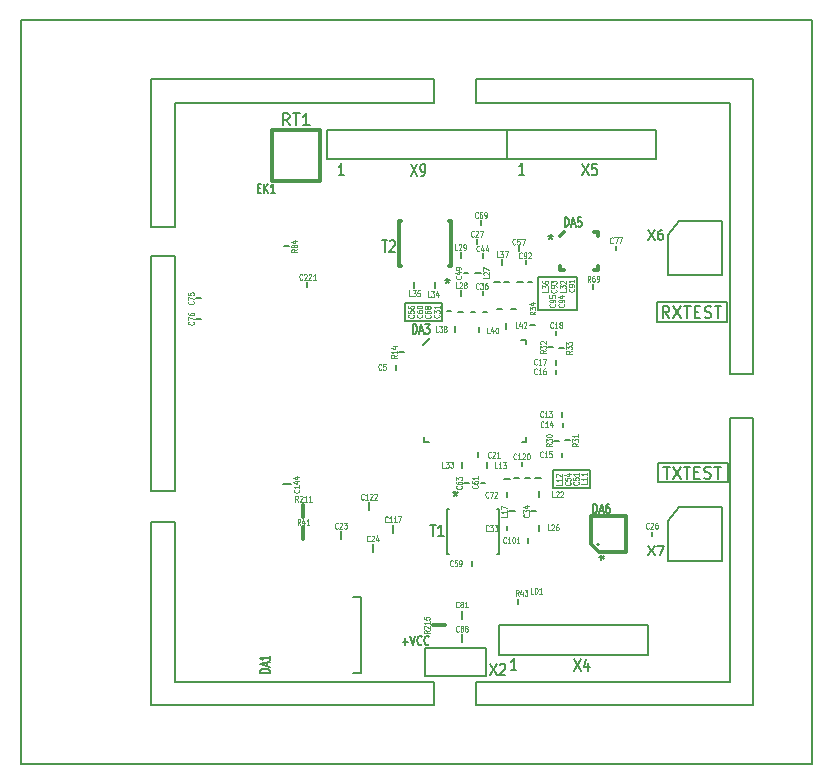
<source format=gto>
G04 (created by PCBNEW (2013-05-31 BZR 4019)-stable) date 11/04/2014 15:09:40*
%MOIN*%
G04 Gerber Fmt 3.4, Leading zero omitted, Abs format*
%FSLAX34Y34*%
G01*
G70*
G90*
G04 APERTURE LIST*
%ADD10C,0.00590551*%
%ADD11C,0.0077*%
%ADD12C,0.0078*%
%ADD13C,0.0079*%
%ADD14C,0.0117*%
%ADD15C,0.00787402*%
%ADD16C,0.0097*%
%ADD17C,0.0039*%
%ADD18C,0.0059*%
G04 APERTURE END LIST*
G54D10*
G54D11*
X60335Y-43268D02*
X60335Y-42677D01*
X61575Y-43268D02*
X60335Y-43268D01*
X61575Y-42677D02*
X61575Y-43268D01*
X60334Y-42677D02*
X61574Y-42677D01*
X59843Y-37343D02*
X59843Y-36260D01*
X61142Y-37343D02*
X59843Y-37343D01*
X61142Y-36260D02*
X61142Y-37343D01*
X59842Y-36259D02*
X61142Y-36259D01*
X55413Y-37106D02*
X55433Y-37106D01*
X55412Y-37697D02*
X55412Y-37106D01*
X56634Y-37697D02*
X55413Y-37697D01*
X56634Y-37106D02*
X56634Y-37697D01*
X55413Y-37106D02*
X56634Y-37106D01*
X66126Y-37091D02*
X66126Y-37736D01*
X63813Y-37092D02*
X63813Y-37732D01*
X42606Y-52483D02*
X42606Y-27680D01*
X68983Y-52483D02*
X42606Y-52483D01*
X68983Y-27680D02*
X68983Y-52483D01*
X42606Y-27680D02*
X68983Y-27680D01*
X66228Y-30437D02*
X66228Y-39492D01*
X57764Y-30437D02*
X66228Y-30437D01*
X57764Y-29650D02*
X57764Y-30437D01*
X67016Y-29650D02*
X57764Y-29650D01*
X67016Y-39492D02*
X67016Y-29650D01*
X66228Y-39492D02*
X67016Y-39492D01*
X57764Y-50515D02*
X57764Y-49728D01*
X67016Y-50515D02*
X57764Y-50515D01*
X67016Y-40948D02*
X67016Y-50515D01*
X66228Y-40948D02*
X67016Y-40948D01*
X66228Y-49728D02*
X66228Y-40948D01*
X57764Y-49728D02*
X66228Y-49728D01*
X46936Y-50515D02*
X46936Y-44413D01*
X56386Y-50515D02*
X46936Y-50515D01*
X56386Y-49728D02*
X56386Y-50515D01*
X47724Y-49728D02*
X56386Y-49728D01*
X47724Y-44413D02*
X47724Y-49728D01*
X46936Y-44413D02*
X47724Y-44413D01*
X46936Y-43390D02*
X46936Y-35555D01*
X47724Y-43390D02*
X46936Y-43390D01*
X47724Y-35555D02*
X47724Y-43390D01*
X46936Y-35555D02*
X47724Y-35555D01*
X47724Y-30437D02*
X47724Y-34570D01*
X46936Y-34570D02*
X47724Y-34570D01*
X46936Y-29648D02*
X46936Y-34570D01*
X46936Y-29648D02*
X56384Y-29648D01*
X56384Y-29648D02*
X56384Y-30437D01*
X47724Y-30437D02*
X56384Y-30437D01*
G54D12*
X63815Y-37091D02*
X66125Y-37091D01*
G54D13*
X64018Y-42571D02*
X64242Y-42571D01*
X64130Y-42963D02*
X64130Y-42571D01*
X64336Y-42571D02*
X64597Y-42963D01*
X64597Y-42571D02*
X64336Y-42963D01*
X64690Y-42571D02*
X64914Y-42571D01*
X64802Y-42963D02*
X64802Y-42571D01*
X65045Y-42758D02*
X65176Y-42758D01*
X65232Y-42963D02*
X65045Y-42963D01*
X65045Y-42571D01*
X65232Y-42571D01*
X65381Y-42945D02*
X65437Y-42963D01*
X65530Y-42963D01*
X65568Y-42945D01*
X65586Y-42926D01*
X65605Y-42889D01*
X65605Y-42851D01*
X65586Y-42814D01*
X65568Y-42795D01*
X65530Y-42777D01*
X65456Y-42758D01*
X65418Y-42739D01*
X65400Y-42721D01*
X65381Y-42683D01*
X65381Y-42646D01*
X65400Y-42609D01*
X65418Y-42590D01*
X65456Y-42571D01*
X65549Y-42571D01*
X65605Y-42590D01*
X65717Y-42571D02*
X65941Y-42571D01*
X65829Y-42963D02*
X65829Y-42571D01*
G54D12*
X63850Y-43075D02*
X66162Y-43075D01*
G54D11*
X63849Y-42447D02*
X63849Y-43075D01*
G54D12*
X63850Y-42449D02*
X66162Y-42449D01*
G54D11*
X66165Y-42447D02*
X66165Y-43075D01*
G54D12*
X63815Y-37737D02*
X66125Y-37737D01*
G54D13*
X64217Y-37606D02*
X64086Y-37420D01*
X63993Y-37606D02*
X63993Y-37214D01*
X64142Y-37214D01*
X64179Y-37233D01*
X64198Y-37252D01*
X64217Y-37289D01*
X64217Y-37345D01*
X64198Y-37382D01*
X64179Y-37401D01*
X64142Y-37420D01*
X63993Y-37420D01*
X64347Y-37214D02*
X64609Y-37606D01*
X64609Y-37214D02*
X64347Y-37606D01*
X64702Y-37214D02*
X64926Y-37214D01*
X64814Y-37606D02*
X64814Y-37214D01*
X65057Y-37401D02*
X65187Y-37401D01*
X65243Y-37606D02*
X65057Y-37606D01*
X65057Y-37214D01*
X65243Y-37214D01*
X65393Y-37588D02*
X65449Y-37606D01*
X65542Y-37606D01*
X65579Y-37588D01*
X65598Y-37569D01*
X65617Y-37532D01*
X65617Y-37494D01*
X65598Y-37457D01*
X65579Y-37438D01*
X65542Y-37420D01*
X65467Y-37401D01*
X65430Y-37382D01*
X65411Y-37364D01*
X65393Y-37326D01*
X65393Y-37289D01*
X65411Y-37252D01*
X65430Y-37233D01*
X65467Y-37214D01*
X65561Y-37214D01*
X65617Y-37233D01*
X65729Y-37214D02*
X65953Y-37214D01*
X65841Y-37606D02*
X65841Y-37214D01*
G54D14*
X56336Y-47858D02*
X56728Y-47858D01*
X52020Y-43840D02*
X52020Y-44232D01*
X52020Y-44576D02*
X52020Y-44968D01*
G54D11*
X51523Y-35221D02*
X51367Y-35221D01*
X61685Y-36637D02*
X61685Y-36481D01*
X60383Y-41705D02*
X60539Y-41705D01*
X55377Y-38744D02*
X55221Y-38744D01*
X60905Y-41689D02*
X60749Y-41689D01*
X60540Y-38599D02*
X60696Y-38599D01*
X60342Y-38587D02*
X60186Y-38587D01*
X59587Y-37839D02*
X59743Y-37839D01*
X58701Y-42963D02*
X58897Y-42963D01*
X57923Y-36122D02*
X57727Y-36122D01*
X59745Y-42953D02*
X59941Y-42953D01*
X58630Y-35838D02*
X58630Y-35642D01*
X57272Y-36885D02*
X57272Y-36689D01*
X58374Y-36398D02*
X58570Y-36398D01*
X57264Y-35610D02*
X57264Y-35414D01*
X58787Y-37968D02*
X58787Y-37772D01*
X59350Y-36417D02*
X59154Y-36417D01*
X58126Y-42618D02*
X58126Y-42422D01*
X57293Y-42402D02*
X57293Y-42598D01*
X59862Y-44508D02*
X59862Y-44704D01*
X58878Y-44055D02*
X59074Y-44055D01*
X59862Y-43386D02*
X59862Y-43582D01*
X57067Y-38082D02*
X57067Y-37886D01*
X56398Y-36598D02*
X56398Y-36402D01*
X55720Y-36398D02*
X55720Y-36594D01*
X57874Y-38090D02*
X57874Y-37894D01*
X57293Y-47363D02*
X57293Y-47637D01*
X57303Y-48147D02*
X57303Y-48421D01*
X54327Y-45413D02*
X54327Y-45139D01*
X51332Y-43158D02*
X51606Y-43158D01*
X53272Y-44714D02*
X53272Y-44988D01*
X55000Y-44775D02*
X55000Y-44501D01*
X54205Y-43745D02*
X54205Y-44019D01*
X59193Y-35227D02*
X59193Y-35383D01*
X59504Y-44953D02*
X59504Y-45109D01*
X58799Y-44684D02*
X58799Y-44528D01*
X59771Y-44055D02*
X59615Y-44055D01*
X58799Y-43582D02*
X58799Y-43426D01*
X59202Y-42953D02*
X59046Y-42953D01*
X59566Y-42953D02*
X59410Y-42953D01*
X59307Y-42399D02*
X59307Y-42555D01*
X59499Y-36407D02*
X59655Y-36407D01*
X57646Y-45721D02*
X57646Y-45877D01*
X57799Y-34981D02*
X57799Y-35137D01*
X58082Y-43110D02*
X57926Y-43110D01*
X57539Y-43110D02*
X57383Y-43110D01*
X57844Y-42087D02*
X57844Y-42243D01*
X58934Y-37303D02*
X59090Y-37303D01*
X59425Y-35666D02*
X59425Y-35822D01*
X58721Y-36398D02*
X58877Y-36398D01*
X57363Y-36112D02*
X57519Y-36112D01*
X52153Y-36418D02*
X52153Y-36574D01*
X58002Y-35444D02*
X58002Y-35600D01*
X57993Y-37402D02*
X58149Y-37402D01*
X57599Y-37402D02*
X57755Y-37402D01*
X57182Y-37398D02*
X57338Y-37398D01*
X58002Y-36703D02*
X58002Y-36859D01*
X57941Y-34355D02*
X57941Y-34511D01*
X56796Y-37390D02*
X56952Y-37390D01*
X58469Y-37303D02*
X58625Y-37303D01*
X62437Y-35201D02*
X62437Y-35357D01*
X48454Y-36953D02*
X48610Y-36953D01*
X48610Y-37634D02*
X48454Y-37634D01*
X60441Y-38032D02*
X60441Y-38188D01*
X60445Y-39005D02*
X60445Y-39161D01*
X60441Y-39328D02*
X60441Y-39484D01*
X60650Y-40753D02*
X60650Y-40909D01*
X60638Y-42095D02*
X60638Y-42251D01*
X55106Y-39330D02*
X55106Y-39174D01*
X60658Y-41095D02*
X60658Y-41251D01*
X53688Y-46914D02*
X53923Y-46914D01*
X53923Y-46914D02*
X53923Y-49432D01*
X53688Y-49432D02*
X53923Y-49432D01*
X59162Y-47129D02*
X59162Y-46973D01*
G54D12*
X52815Y-31342D02*
X52815Y-32326D01*
X52815Y-31342D02*
X58799Y-31342D01*
X58799Y-31342D02*
X58799Y-32326D01*
X52815Y-32326D02*
X58799Y-32326D01*
X58106Y-49551D02*
X58106Y-48607D01*
X58106Y-49551D02*
X56072Y-49551D01*
X56072Y-49551D02*
X56072Y-48607D01*
X58106Y-48607D02*
X56072Y-48607D01*
X56808Y-45481D02*
X56870Y-45481D01*
X56870Y-43981D02*
X56808Y-43981D01*
X58540Y-43981D02*
X58462Y-43981D01*
X58540Y-43981D02*
X58540Y-45481D01*
X58540Y-45481D02*
X58462Y-45481D01*
X56808Y-43981D02*
X56808Y-45481D01*
G54D14*
X61829Y-34750D02*
X61829Y-34887D01*
X61829Y-34750D02*
X61692Y-34750D01*
X61692Y-36008D02*
X61829Y-36008D01*
X61829Y-36008D02*
X61829Y-35871D01*
X60571Y-35871D02*
X60571Y-36008D01*
X60708Y-36008D02*
X60571Y-36008D01*
X60708Y-34750D02*
X60571Y-34887D01*
X56936Y-34374D02*
X56874Y-34374D01*
X56874Y-35874D02*
X56936Y-35874D01*
X55202Y-35874D02*
X55280Y-35874D01*
X55202Y-35874D02*
X55202Y-34374D01*
X55202Y-34374D02*
X55280Y-34374D01*
X56936Y-35874D02*
X56936Y-34374D01*
G54D15*
X61870Y-45161D02*
G75*
G03X61870Y-45161I-39J0D01*
G74*
G01*
G54D14*
X61594Y-45129D02*
X61594Y-44224D01*
X61594Y-44224D02*
X62775Y-44224D01*
X62775Y-44224D02*
X62775Y-45405D01*
X62775Y-45405D02*
X61870Y-45405D01*
X61870Y-45405D02*
X61594Y-45129D01*
G54D11*
X63641Y-44736D02*
X63641Y-44892D01*
G54D12*
X56051Y-41580D02*
X56051Y-41742D01*
X56051Y-41742D02*
X56208Y-41742D01*
X59446Y-41739D02*
X59290Y-41739D01*
X59446Y-41577D02*
X59446Y-41739D01*
X59278Y-38330D02*
X59441Y-38330D01*
X59441Y-38330D02*
X59441Y-38487D01*
X56012Y-38502D02*
X56223Y-38291D01*
G54D14*
X50964Y-31358D02*
X52578Y-31358D01*
X52578Y-31358D02*
X52578Y-33031D01*
X52578Y-33031D02*
X50964Y-33031D01*
X50964Y-33031D02*
X50964Y-31358D01*
G54D15*
X64173Y-36173D02*
X64173Y-34834D01*
X64173Y-34834D02*
X64527Y-34362D01*
X65629Y-36173D02*
X65984Y-36173D01*
X65984Y-36173D02*
X65984Y-35937D01*
X65984Y-34362D02*
X64527Y-34362D01*
X64173Y-36173D02*
X65629Y-36173D01*
X65984Y-35937D02*
X65984Y-34362D01*
X64169Y-45720D02*
X64169Y-44381D01*
X64169Y-44381D02*
X64523Y-43909D01*
X65625Y-45720D02*
X65980Y-45720D01*
X65980Y-45720D02*
X65980Y-45484D01*
X65980Y-43909D02*
X64523Y-43909D01*
X64169Y-45720D02*
X65625Y-45720D01*
X65980Y-45484D02*
X65980Y-43909D01*
G54D12*
X58822Y-31342D02*
X58822Y-32326D01*
X58822Y-31342D02*
X63782Y-31342D01*
X63782Y-31342D02*
X63782Y-32326D01*
X58822Y-32326D02*
X63782Y-32326D01*
X58551Y-47858D02*
X58551Y-48842D01*
X58551Y-47858D02*
X63511Y-47858D01*
X63511Y-47858D02*
X63511Y-48842D01*
X58551Y-48842D02*
X63511Y-48842D01*
G54D16*
G54D17*
X56228Y-48022D02*
X56136Y-48075D01*
X56228Y-48112D02*
X56033Y-48112D01*
X56033Y-48052D01*
X56043Y-48037D01*
X56052Y-48030D01*
X56071Y-48022D01*
X56098Y-48022D01*
X56117Y-48030D01*
X56126Y-48037D01*
X56136Y-48052D01*
X56136Y-48112D01*
X56052Y-47962D02*
X56043Y-47955D01*
X56033Y-47940D01*
X56033Y-47903D01*
X56043Y-47888D01*
X56052Y-47880D01*
X56071Y-47873D01*
X56089Y-47873D01*
X56117Y-47880D01*
X56228Y-47970D01*
X56228Y-47873D01*
X56228Y-47723D02*
X56228Y-47813D01*
X56228Y-47768D02*
X56033Y-47768D01*
X56061Y-47783D01*
X56080Y-47798D01*
X56089Y-47813D01*
X56033Y-47581D02*
X56033Y-47656D01*
X56126Y-47663D01*
X56117Y-47656D01*
X56108Y-47641D01*
X56108Y-47604D01*
X56117Y-47589D01*
X56126Y-47581D01*
X56145Y-47574D01*
X56191Y-47574D01*
X56210Y-47581D01*
X56219Y-47589D01*
X56228Y-47604D01*
X56228Y-47641D01*
X56219Y-47656D01*
X56210Y-47663D01*
X51844Y-43728D02*
X51791Y-43636D01*
X51754Y-43728D02*
X51754Y-43533D01*
X51814Y-43533D01*
X51829Y-43543D01*
X51836Y-43552D01*
X51844Y-43571D01*
X51844Y-43598D01*
X51836Y-43617D01*
X51829Y-43626D01*
X51814Y-43636D01*
X51754Y-43636D01*
X51904Y-43552D02*
X51911Y-43543D01*
X51926Y-43533D01*
X51963Y-43533D01*
X51978Y-43543D01*
X51986Y-43552D01*
X51993Y-43571D01*
X51993Y-43589D01*
X51986Y-43617D01*
X51896Y-43728D01*
X51993Y-43728D01*
X52143Y-43728D02*
X52053Y-43728D01*
X52098Y-43728D02*
X52098Y-43533D01*
X52083Y-43561D01*
X52068Y-43580D01*
X52053Y-43589D01*
X52292Y-43728D02*
X52203Y-43728D01*
X52248Y-43728D02*
X52248Y-43533D01*
X52233Y-43561D01*
X52218Y-43580D01*
X52203Y-43589D01*
X51919Y-44503D02*
X51866Y-44411D01*
X51829Y-44503D02*
X51829Y-44308D01*
X51889Y-44308D01*
X51904Y-44318D01*
X51911Y-44327D01*
X51919Y-44346D01*
X51919Y-44373D01*
X51911Y-44392D01*
X51904Y-44401D01*
X51889Y-44411D01*
X51829Y-44411D01*
X52053Y-44373D02*
X52053Y-44503D01*
X52016Y-44299D02*
X51978Y-44438D01*
X52076Y-44438D01*
X52218Y-44503D02*
X52128Y-44503D01*
X52173Y-44503D02*
X52173Y-44308D01*
X52158Y-44336D01*
X52143Y-44355D01*
X52128Y-44364D01*
X51810Y-35317D02*
X51718Y-35370D01*
X51810Y-35407D02*
X51615Y-35407D01*
X51615Y-35347D01*
X51625Y-35332D01*
X51634Y-35325D01*
X51653Y-35317D01*
X51680Y-35317D01*
X51699Y-35325D01*
X51708Y-35332D01*
X51718Y-35347D01*
X51718Y-35407D01*
X51699Y-35228D02*
X51690Y-35243D01*
X51680Y-35250D01*
X51662Y-35258D01*
X51653Y-35258D01*
X51634Y-35250D01*
X51625Y-35243D01*
X51615Y-35228D01*
X51615Y-35198D01*
X51625Y-35183D01*
X51634Y-35175D01*
X51653Y-35168D01*
X51662Y-35168D01*
X51680Y-35175D01*
X51690Y-35183D01*
X51699Y-35198D01*
X51699Y-35228D01*
X51708Y-35243D01*
X51718Y-35250D01*
X51736Y-35258D01*
X51773Y-35258D01*
X51792Y-35250D01*
X51801Y-35243D01*
X51810Y-35228D01*
X51810Y-35198D01*
X51801Y-35183D01*
X51792Y-35175D01*
X51773Y-35168D01*
X51736Y-35168D01*
X51718Y-35175D01*
X51708Y-35183D01*
X51699Y-35198D01*
X51680Y-35033D02*
X51810Y-35033D01*
X51606Y-35071D02*
X51745Y-35108D01*
X51745Y-35011D01*
X61584Y-36397D02*
X61531Y-36305D01*
X61494Y-36397D02*
X61494Y-36202D01*
X61554Y-36202D01*
X61569Y-36212D01*
X61576Y-36221D01*
X61584Y-36240D01*
X61584Y-36267D01*
X61576Y-36286D01*
X61569Y-36295D01*
X61554Y-36305D01*
X61494Y-36305D01*
X61718Y-36202D02*
X61688Y-36202D01*
X61673Y-36212D01*
X61666Y-36221D01*
X61651Y-36249D01*
X61643Y-36286D01*
X61643Y-36360D01*
X61651Y-36379D01*
X61658Y-36388D01*
X61673Y-36397D01*
X61703Y-36397D01*
X61718Y-36388D01*
X61726Y-36379D01*
X61733Y-36360D01*
X61733Y-36314D01*
X61726Y-36295D01*
X61718Y-36286D01*
X61703Y-36277D01*
X61673Y-36277D01*
X61658Y-36286D01*
X61651Y-36295D01*
X61643Y-36314D01*
X61808Y-36397D02*
X61838Y-36397D01*
X61853Y-36388D01*
X61860Y-36379D01*
X61875Y-36351D01*
X61883Y-36314D01*
X61883Y-36240D01*
X61875Y-36221D01*
X61868Y-36212D01*
X61853Y-36202D01*
X61823Y-36202D01*
X61808Y-36212D01*
X61800Y-36221D01*
X61793Y-36240D01*
X61793Y-36286D01*
X61800Y-36305D01*
X61808Y-36314D01*
X61823Y-36323D01*
X61853Y-36323D01*
X61868Y-36314D01*
X61875Y-36305D01*
X61883Y-36286D01*
X60303Y-41789D02*
X60211Y-41842D01*
X60303Y-41879D02*
X60108Y-41879D01*
X60108Y-41819D01*
X60118Y-41804D01*
X60127Y-41797D01*
X60146Y-41789D01*
X60173Y-41789D01*
X60192Y-41797D01*
X60201Y-41804D01*
X60211Y-41819D01*
X60211Y-41879D01*
X60108Y-41737D02*
X60108Y-41640D01*
X60183Y-41692D01*
X60183Y-41670D01*
X60192Y-41655D01*
X60201Y-41647D01*
X60220Y-41640D01*
X60266Y-41640D01*
X60285Y-41647D01*
X60294Y-41655D01*
X60303Y-41670D01*
X60303Y-41715D01*
X60294Y-41730D01*
X60285Y-41737D01*
X60108Y-41543D02*
X60108Y-41528D01*
X60118Y-41513D01*
X60127Y-41505D01*
X60146Y-41498D01*
X60183Y-41490D01*
X60229Y-41490D01*
X60266Y-41498D01*
X60285Y-41505D01*
X60294Y-41513D01*
X60303Y-41528D01*
X60303Y-41543D01*
X60294Y-41558D01*
X60285Y-41565D01*
X60266Y-41573D01*
X60229Y-41580D01*
X60183Y-41580D01*
X60146Y-41573D01*
X60127Y-41565D01*
X60118Y-41558D01*
X60108Y-41543D01*
X55133Y-38844D02*
X55041Y-38897D01*
X55133Y-38934D02*
X54938Y-38934D01*
X54938Y-38874D01*
X54948Y-38859D01*
X54957Y-38852D01*
X54976Y-38844D01*
X55003Y-38844D01*
X55022Y-38852D01*
X55031Y-38859D01*
X55041Y-38874D01*
X55041Y-38934D01*
X55133Y-38695D02*
X55133Y-38785D01*
X55133Y-38740D02*
X54938Y-38740D01*
X54966Y-38755D01*
X54985Y-38770D01*
X54994Y-38785D01*
X55003Y-38560D02*
X55133Y-38560D01*
X54929Y-38598D02*
X55068Y-38635D01*
X55068Y-38538D01*
X61184Y-41785D02*
X61092Y-41838D01*
X61184Y-41875D02*
X60989Y-41875D01*
X60989Y-41815D01*
X60999Y-41800D01*
X61008Y-41793D01*
X61027Y-41785D01*
X61054Y-41785D01*
X61073Y-41793D01*
X61082Y-41800D01*
X61092Y-41815D01*
X61092Y-41875D01*
X60989Y-41733D02*
X60989Y-41636D01*
X61064Y-41688D01*
X61064Y-41666D01*
X61073Y-41651D01*
X61082Y-41643D01*
X61101Y-41636D01*
X61147Y-41636D01*
X61166Y-41643D01*
X61175Y-41651D01*
X61184Y-41666D01*
X61184Y-41711D01*
X61175Y-41726D01*
X61166Y-41733D01*
X61184Y-41486D02*
X61184Y-41576D01*
X61184Y-41531D02*
X60989Y-41531D01*
X61017Y-41546D01*
X61036Y-41561D01*
X61045Y-41576D01*
X60972Y-38707D02*
X60880Y-38760D01*
X60972Y-38797D02*
X60777Y-38797D01*
X60777Y-38737D01*
X60787Y-38722D01*
X60796Y-38715D01*
X60815Y-38707D01*
X60842Y-38707D01*
X60861Y-38715D01*
X60870Y-38722D01*
X60880Y-38737D01*
X60880Y-38797D01*
X60777Y-38655D02*
X60777Y-38558D01*
X60852Y-38610D01*
X60852Y-38588D01*
X60861Y-38573D01*
X60870Y-38565D01*
X60889Y-38558D01*
X60935Y-38558D01*
X60954Y-38565D01*
X60963Y-38573D01*
X60972Y-38588D01*
X60972Y-38633D01*
X60963Y-38648D01*
X60954Y-38655D01*
X60777Y-38506D02*
X60777Y-38408D01*
X60852Y-38461D01*
X60852Y-38438D01*
X60861Y-38423D01*
X60870Y-38416D01*
X60889Y-38408D01*
X60935Y-38408D01*
X60954Y-38416D01*
X60963Y-38423D01*
X60972Y-38438D01*
X60972Y-38483D01*
X60963Y-38498D01*
X60954Y-38506D01*
X60106Y-38683D02*
X60014Y-38736D01*
X60106Y-38773D02*
X59911Y-38773D01*
X59911Y-38713D01*
X59921Y-38698D01*
X59930Y-38691D01*
X59949Y-38683D01*
X59976Y-38683D01*
X59995Y-38691D01*
X60004Y-38698D01*
X60014Y-38713D01*
X60014Y-38773D01*
X59911Y-38631D02*
X59911Y-38534D01*
X59986Y-38586D01*
X59986Y-38564D01*
X59995Y-38549D01*
X60004Y-38541D01*
X60023Y-38534D01*
X60069Y-38534D01*
X60088Y-38541D01*
X60097Y-38549D01*
X60106Y-38564D01*
X60106Y-38609D01*
X60097Y-38624D01*
X60088Y-38631D01*
X59930Y-38474D02*
X59921Y-38467D01*
X59911Y-38452D01*
X59911Y-38414D01*
X59921Y-38399D01*
X59930Y-38392D01*
X59949Y-38384D01*
X59967Y-38384D01*
X59995Y-38392D01*
X60106Y-38482D01*
X60106Y-38384D01*
X59751Y-37399D02*
X59659Y-37452D01*
X59751Y-37489D02*
X59556Y-37489D01*
X59556Y-37429D01*
X59566Y-37414D01*
X59575Y-37407D01*
X59594Y-37399D01*
X59621Y-37399D01*
X59640Y-37407D01*
X59649Y-37414D01*
X59659Y-37429D01*
X59659Y-37489D01*
X59556Y-37347D02*
X59556Y-37250D01*
X59631Y-37302D01*
X59631Y-37280D01*
X59640Y-37265D01*
X59649Y-37257D01*
X59668Y-37250D01*
X59714Y-37250D01*
X59733Y-37257D01*
X59742Y-37265D01*
X59751Y-37280D01*
X59751Y-37325D01*
X59742Y-37340D01*
X59733Y-37347D01*
X59621Y-37115D02*
X59751Y-37115D01*
X59547Y-37153D02*
X59686Y-37190D01*
X59686Y-37093D01*
X60629Y-43092D02*
X60629Y-43167D01*
X60434Y-43167D01*
X60629Y-42958D02*
X60629Y-43048D01*
X60629Y-43003D02*
X60434Y-43003D01*
X60462Y-43018D01*
X60481Y-43033D01*
X60490Y-43048D01*
X60453Y-42898D02*
X60444Y-42891D01*
X60434Y-42876D01*
X60434Y-42838D01*
X60444Y-42823D01*
X60453Y-42816D01*
X60472Y-42808D01*
X60490Y-42808D01*
X60518Y-42816D01*
X60629Y-42906D01*
X60629Y-42808D01*
X58216Y-36218D02*
X58216Y-36293D01*
X58021Y-36293D01*
X58040Y-36174D02*
X58031Y-36166D01*
X58021Y-36151D01*
X58021Y-36114D01*
X58031Y-36099D01*
X58040Y-36091D01*
X58059Y-36084D01*
X58077Y-36084D01*
X58105Y-36091D01*
X58216Y-36181D01*
X58216Y-36084D01*
X58021Y-36032D02*
X58021Y-35927D01*
X58216Y-35994D01*
X61476Y-43053D02*
X61476Y-43128D01*
X61281Y-43128D01*
X61476Y-42919D02*
X61476Y-43009D01*
X61476Y-42964D02*
X61281Y-42964D01*
X61309Y-42979D01*
X61328Y-42994D01*
X61337Y-43009D01*
X61476Y-42769D02*
X61476Y-42859D01*
X61476Y-42814D02*
X61281Y-42814D01*
X61309Y-42829D01*
X61328Y-42844D01*
X61337Y-42859D01*
X58537Y-35586D02*
X58462Y-35586D01*
X58462Y-35391D01*
X58574Y-35391D02*
X58671Y-35391D01*
X58619Y-35466D01*
X58641Y-35466D01*
X58656Y-35475D01*
X58664Y-35484D01*
X58671Y-35503D01*
X58671Y-35549D01*
X58664Y-35568D01*
X58656Y-35577D01*
X58641Y-35586D01*
X58596Y-35586D01*
X58581Y-35577D01*
X58574Y-35568D01*
X58723Y-35391D02*
X58828Y-35391D01*
X58761Y-35586D01*
X57179Y-36617D02*
X57104Y-36617D01*
X57104Y-36422D01*
X57223Y-36441D02*
X57231Y-36432D01*
X57246Y-36422D01*
X57283Y-36422D01*
X57298Y-36432D01*
X57306Y-36441D01*
X57313Y-36460D01*
X57313Y-36478D01*
X57306Y-36506D01*
X57216Y-36617D01*
X57313Y-36617D01*
X57403Y-36506D02*
X57388Y-36497D01*
X57380Y-36487D01*
X57373Y-36469D01*
X57373Y-36460D01*
X57380Y-36441D01*
X57388Y-36432D01*
X57403Y-36422D01*
X57433Y-36422D01*
X57448Y-36432D01*
X57455Y-36441D01*
X57463Y-36460D01*
X57463Y-36469D01*
X57455Y-36487D01*
X57448Y-36497D01*
X57433Y-36506D01*
X57403Y-36506D01*
X57388Y-36515D01*
X57380Y-36525D01*
X57373Y-36543D01*
X57373Y-36580D01*
X57380Y-36599D01*
X57388Y-36608D01*
X57403Y-36617D01*
X57433Y-36617D01*
X57448Y-36608D01*
X57455Y-36599D01*
X57463Y-36580D01*
X57463Y-36543D01*
X57455Y-36525D01*
X57448Y-36515D01*
X57433Y-36506D01*
X60176Y-36655D02*
X60176Y-36730D01*
X59981Y-36730D01*
X59981Y-36618D02*
X59981Y-36521D01*
X60056Y-36573D01*
X60056Y-36551D01*
X60065Y-36536D01*
X60074Y-36528D01*
X60093Y-36521D01*
X60139Y-36521D01*
X60158Y-36528D01*
X60167Y-36536D01*
X60176Y-36551D01*
X60176Y-36596D01*
X60167Y-36611D01*
X60158Y-36618D01*
X59981Y-36386D02*
X59981Y-36416D01*
X59991Y-36431D01*
X60000Y-36439D01*
X60028Y-36454D01*
X60065Y-36461D01*
X60139Y-36461D01*
X60158Y-36454D01*
X60167Y-36446D01*
X60176Y-36431D01*
X60176Y-36401D01*
X60167Y-36386D01*
X60158Y-36379D01*
X60139Y-36371D01*
X60093Y-36371D01*
X60074Y-36379D01*
X60065Y-36386D01*
X60056Y-36401D01*
X60056Y-36431D01*
X60065Y-36446D01*
X60074Y-36454D01*
X60093Y-36461D01*
X57155Y-35350D02*
X57080Y-35350D01*
X57080Y-35155D01*
X57199Y-35174D02*
X57207Y-35165D01*
X57222Y-35155D01*
X57259Y-35155D01*
X57274Y-35165D01*
X57282Y-35174D01*
X57289Y-35193D01*
X57289Y-35211D01*
X57282Y-35239D01*
X57192Y-35350D01*
X57289Y-35350D01*
X57364Y-35350D02*
X57394Y-35350D01*
X57409Y-35341D01*
X57416Y-35332D01*
X57431Y-35304D01*
X57439Y-35267D01*
X57439Y-35193D01*
X57431Y-35174D01*
X57424Y-35165D01*
X57409Y-35155D01*
X57379Y-35155D01*
X57364Y-35165D01*
X57356Y-35174D01*
X57349Y-35193D01*
X57349Y-35239D01*
X57356Y-35258D01*
X57364Y-35267D01*
X57379Y-35276D01*
X57409Y-35276D01*
X57424Y-35267D01*
X57431Y-35258D01*
X57439Y-35239D01*
X59171Y-37948D02*
X59096Y-37948D01*
X59096Y-37753D01*
X59290Y-37818D02*
X59290Y-37948D01*
X59253Y-37744D02*
X59215Y-37883D01*
X59313Y-37883D01*
X59365Y-37772D02*
X59372Y-37763D01*
X59387Y-37753D01*
X59425Y-37753D01*
X59440Y-37763D01*
X59447Y-37772D01*
X59455Y-37791D01*
X59455Y-37809D01*
X59447Y-37837D01*
X59357Y-37948D01*
X59455Y-37948D01*
X60767Y-36655D02*
X60767Y-36730D01*
X60572Y-36730D01*
X60572Y-36618D02*
X60572Y-36521D01*
X60647Y-36573D01*
X60647Y-36551D01*
X60656Y-36536D01*
X60665Y-36528D01*
X60684Y-36521D01*
X60730Y-36521D01*
X60749Y-36528D01*
X60758Y-36536D01*
X60767Y-36551D01*
X60767Y-36596D01*
X60758Y-36611D01*
X60749Y-36618D01*
X60591Y-36461D02*
X60582Y-36454D01*
X60572Y-36439D01*
X60572Y-36401D01*
X60582Y-36386D01*
X60591Y-36379D01*
X60610Y-36371D01*
X60628Y-36371D01*
X60656Y-36379D01*
X60767Y-36469D01*
X60767Y-36371D01*
X58482Y-42617D02*
X58407Y-42617D01*
X58407Y-42422D01*
X58616Y-42617D02*
X58526Y-42617D01*
X58571Y-42617D02*
X58571Y-42422D01*
X58556Y-42450D01*
X58541Y-42469D01*
X58526Y-42478D01*
X58668Y-42422D02*
X58766Y-42422D01*
X58713Y-42497D01*
X58736Y-42497D01*
X58751Y-42506D01*
X58758Y-42515D01*
X58766Y-42534D01*
X58766Y-42580D01*
X58758Y-42599D01*
X58751Y-42608D01*
X58736Y-42617D01*
X58691Y-42617D01*
X58676Y-42608D01*
X58668Y-42599D01*
X56730Y-42598D02*
X56655Y-42598D01*
X56655Y-42403D01*
X56767Y-42403D02*
X56864Y-42403D01*
X56812Y-42478D01*
X56834Y-42478D01*
X56849Y-42487D01*
X56857Y-42496D01*
X56864Y-42515D01*
X56864Y-42561D01*
X56857Y-42580D01*
X56849Y-42589D01*
X56834Y-42598D01*
X56789Y-42598D01*
X56774Y-42589D01*
X56767Y-42580D01*
X56916Y-42403D02*
X57014Y-42403D01*
X56961Y-42478D01*
X56984Y-42478D01*
X56999Y-42487D01*
X57006Y-42496D01*
X57014Y-42515D01*
X57014Y-42561D01*
X57006Y-42580D01*
X56999Y-42589D01*
X56984Y-42598D01*
X56939Y-42598D01*
X56924Y-42589D01*
X56916Y-42580D01*
X60245Y-44688D02*
X60170Y-44688D01*
X60170Y-44493D01*
X60289Y-44512D02*
X60297Y-44503D01*
X60312Y-44493D01*
X60349Y-44493D01*
X60364Y-44503D01*
X60372Y-44512D01*
X60379Y-44531D01*
X60379Y-44549D01*
X60372Y-44577D01*
X60282Y-44688D01*
X60379Y-44688D01*
X60514Y-44493D02*
X60484Y-44493D01*
X60469Y-44503D01*
X60461Y-44512D01*
X60446Y-44540D01*
X60439Y-44577D01*
X60439Y-44651D01*
X60446Y-44670D01*
X60454Y-44679D01*
X60469Y-44688D01*
X60499Y-44688D01*
X60514Y-44679D01*
X60521Y-44670D01*
X60529Y-44651D01*
X60529Y-44605D01*
X60521Y-44586D01*
X60514Y-44577D01*
X60499Y-44568D01*
X60469Y-44568D01*
X60454Y-44577D01*
X60446Y-44586D01*
X60439Y-44605D01*
X58798Y-44155D02*
X58798Y-44230D01*
X58603Y-44230D01*
X58798Y-44021D02*
X58798Y-44111D01*
X58798Y-44066D02*
X58603Y-44066D01*
X58631Y-44081D01*
X58650Y-44096D01*
X58659Y-44111D01*
X58603Y-43969D02*
X58603Y-43864D01*
X58798Y-43931D01*
X60391Y-43582D02*
X60316Y-43582D01*
X60316Y-43387D01*
X60435Y-43406D02*
X60443Y-43397D01*
X60458Y-43387D01*
X60495Y-43387D01*
X60510Y-43397D01*
X60518Y-43406D01*
X60525Y-43425D01*
X60525Y-43443D01*
X60518Y-43471D01*
X60428Y-43582D01*
X60525Y-43582D01*
X60585Y-43406D02*
X60592Y-43397D01*
X60607Y-43387D01*
X60645Y-43387D01*
X60660Y-43397D01*
X60667Y-43406D01*
X60675Y-43425D01*
X60675Y-43443D01*
X60667Y-43471D01*
X60577Y-43582D01*
X60675Y-43582D01*
X56513Y-38074D02*
X56438Y-38074D01*
X56438Y-37879D01*
X56550Y-37879D02*
X56647Y-37879D01*
X56595Y-37954D01*
X56617Y-37954D01*
X56632Y-37963D01*
X56640Y-37972D01*
X56647Y-37991D01*
X56647Y-38037D01*
X56640Y-38056D01*
X56632Y-38065D01*
X56617Y-38074D01*
X56572Y-38074D01*
X56557Y-38065D01*
X56550Y-38056D01*
X56737Y-37963D02*
X56722Y-37954D01*
X56714Y-37944D01*
X56707Y-37926D01*
X56707Y-37917D01*
X56714Y-37898D01*
X56722Y-37889D01*
X56737Y-37879D01*
X56767Y-37879D01*
X56782Y-37889D01*
X56789Y-37898D01*
X56797Y-37917D01*
X56797Y-37926D01*
X56789Y-37944D01*
X56782Y-37954D01*
X56767Y-37963D01*
X56737Y-37963D01*
X56722Y-37972D01*
X56714Y-37982D01*
X56707Y-38000D01*
X56707Y-38037D01*
X56714Y-38056D01*
X56722Y-38065D01*
X56737Y-38074D01*
X56767Y-38074D01*
X56782Y-38065D01*
X56789Y-38056D01*
X56797Y-38037D01*
X56797Y-38000D01*
X56789Y-37982D01*
X56782Y-37972D01*
X56767Y-37963D01*
X56242Y-36905D02*
X56167Y-36905D01*
X56167Y-36710D01*
X56279Y-36710D02*
X56376Y-36710D01*
X56324Y-36785D01*
X56346Y-36785D01*
X56361Y-36794D01*
X56369Y-36803D01*
X56376Y-36822D01*
X56376Y-36868D01*
X56369Y-36887D01*
X56361Y-36896D01*
X56346Y-36905D01*
X56301Y-36905D01*
X56286Y-36896D01*
X56279Y-36887D01*
X56511Y-36775D02*
X56511Y-36905D01*
X56473Y-36701D02*
X56436Y-36840D01*
X56533Y-36840D01*
X55623Y-36881D02*
X55548Y-36881D01*
X55548Y-36686D01*
X55660Y-36686D02*
X55757Y-36686D01*
X55705Y-36761D01*
X55727Y-36761D01*
X55742Y-36770D01*
X55750Y-36779D01*
X55757Y-36798D01*
X55757Y-36844D01*
X55750Y-36863D01*
X55742Y-36872D01*
X55727Y-36881D01*
X55682Y-36881D01*
X55667Y-36872D01*
X55660Y-36863D01*
X55899Y-36686D02*
X55824Y-36686D01*
X55817Y-36779D01*
X55824Y-36770D01*
X55839Y-36761D01*
X55877Y-36761D01*
X55892Y-36770D01*
X55899Y-36779D01*
X55907Y-36798D01*
X55907Y-36844D01*
X55899Y-36863D01*
X55892Y-36872D01*
X55877Y-36881D01*
X55839Y-36881D01*
X55824Y-36872D01*
X55817Y-36863D01*
X58226Y-38125D02*
X58151Y-38125D01*
X58151Y-37930D01*
X58345Y-37995D02*
X58345Y-38125D01*
X58308Y-37921D02*
X58270Y-38060D01*
X58368Y-38060D01*
X58457Y-37930D02*
X58472Y-37930D01*
X58487Y-37940D01*
X58495Y-37949D01*
X58502Y-37968D01*
X58510Y-38005D01*
X58510Y-38051D01*
X58502Y-38088D01*
X58495Y-38107D01*
X58487Y-38116D01*
X58472Y-38125D01*
X58457Y-38125D01*
X58442Y-38116D01*
X58435Y-38107D01*
X58427Y-38088D01*
X58420Y-38051D01*
X58420Y-38005D01*
X58427Y-37968D01*
X58435Y-37949D01*
X58442Y-37940D01*
X58457Y-37930D01*
X57196Y-47241D02*
X57188Y-47250D01*
X57166Y-47259D01*
X57151Y-47259D01*
X57128Y-47250D01*
X57113Y-47232D01*
X57106Y-47213D01*
X57098Y-47176D01*
X57098Y-47148D01*
X57106Y-47111D01*
X57113Y-47092D01*
X57128Y-47074D01*
X57151Y-47064D01*
X57166Y-47064D01*
X57188Y-47074D01*
X57196Y-47083D01*
X57285Y-47148D02*
X57270Y-47139D01*
X57263Y-47129D01*
X57255Y-47111D01*
X57255Y-47102D01*
X57263Y-47083D01*
X57270Y-47074D01*
X57285Y-47064D01*
X57315Y-47064D01*
X57330Y-47074D01*
X57338Y-47083D01*
X57345Y-47102D01*
X57345Y-47111D01*
X57338Y-47129D01*
X57330Y-47139D01*
X57315Y-47148D01*
X57285Y-47148D01*
X57270Y-47157D01*
X57263Y-47167D01*
X57255Y-47185D01*
X57255Y-47222D01*
X57263Y-47241D01*
X57270Y-47250D01*
X57285Y-47259D01*
X57315Y-47259D01*
X57330Y-47250D01*
X57338Y-47241D01*
X57345Y-47222D01*
X57345Y-47185D01*
X57338Y-47167D01*
X57330Y-47157D01*
X57315Y-47148D01*
X57495Y-47259D02*
X57405Y-47259D01*
X57450Y-47259D02*
X57450Y-47064D01*
X57435Y-47092D01*
X57420Y-47111D01*
X57405Y-47120D01*
X57198Y-48048D02*
X57190Y-48057D01*
X57168Y-48066D01*
X57153Y-48066D01*
X57130Y-48057D01*
X57115Y-48039D01*
X57108Y-48020D01*
X57100Y-47983D01*
X57100Y-47955D01*
X57108Y-47918D01*
X57115Y-47899D01*
X57130Y-47881D01*
X57153Y-47871D01*
X57168Y-47871D01*
X57190Y-47881D01*
X57198Y-47890D01*
X57287Y-47955D02*
X57272Y-47946D01*
X57265Y-47936D01*
X57257Y-47918D01*
X57257Y-47909D01*
X57265Y-47890D01*
X57272Y-47881D01*
X57287Y-47871D01*
X57317Y-47871D01*
X57332Y-47881D01*
X57340Y-47890D01*
X57347Y-47909D01*
X57347Y-47918D01*
X57340Y-47936D01*
X57332Y-47946D01*
X57317Y-47955D01*
X57287Y-47955D01*
X57272Y-47964D01*
X57265Y-47974D01*
X57257Y-47992D01*
X57257Y-48029D01*
X57265Y-48048D01*
X57272Y-48057D01*
X57287Y-48066D01*
X57317Y-48066D01*
X57332Y-48057D01*
X57340Y-48048D01*
X57347Y-48029D01*
X57347Y-47992D01*
X57340Y-47974D01*
X57332Y-47964D01*
X57317Y-47955D01*
X57437Y-47955D02*
X57422Y-47946D01*
X57414Y-47936D01*
X57407Y-47918D01*
X57407Y-47909D01*
X57414Y-47890D01*
X57422Y-47881D01*
X57437Y-47871D01*
X57467Y-47871D01*
X57482Y-47881D01*
X57489Y-47890D01*
X57497Y-47909D01*
X57497Y-47918D01*
X57489Y-47936D01*
X57482Y-47946D01*
X57467Y-47955D01*
X57437Y-47955D01*
X57422Y-47964D01*
X57414Y-47974D01*
X57407Y-47992D01*
X57407Y-48029D01*
X57414Y-48048D01*
X57422Y-48057D01*
X57437Y-48066D01*
X57467Y-48066D01*
X57482Y-48057D01*
X57489Y-48048D01*
X57497Y-48029D01*
X57497Y-47992D01*
X57489Y-47974D01*
X57482Y-47964D01*
X57467Y-47955D01*
X54234Y-45041D02*
X54226Y-45050D01*
X54204Y-45059D01*
X54189Y-45059D01*
X54166Y-45050D01*
X54151Y-45032D01*
X54144Y-45013D01*
X54136Y-44976D01*
X54136Y-44948D01*
X54144Y-44911D01*
X54151Y-44892D01*
X54166Y-44874D01*
X54189Y-44864D01*
X54204Y-44864D01*
X54226Y-44874D01*
X54234Y-44883D01*
X54293Y-44883D02*
X54301Y-44874D01*
X54316Y-44864D01*
X54353Y-44864D01*
X54368Y-44874D01*
X54376Y-44883D01*
X54383Y-44902D01*
X54383Y-44920D01*
X54376Y-44948D01*
X54286Y-45059D01*
X54383Y-45059D01*
X54518Y-44929D02*
X54518Y-45059D01*
X54480Y-44855D02*
X54443Y-44994D01*
X54540Y-44994D01*
X51867Y-43337D02*
X51876Y-43345D01*
X51885Y-43367D01*
X51885Y-43382D01*
X51876Y-43404D01*
X51858Y-43419D01*
X51839Y-43427D01*
X51802Y-43434D01*
X51774Y-43434D01*
X51737Y-43427D01*
X51718Y-43419D01*
X51700Y-43404D01*
X51690Y-43382D01*
X51690Y-43367D01*
X51700Y-43345D01*
X51709Y-43337D01*
X51885Y-43188D02*
X51885Y-43277D01*
X51885Y-43233D02*
X51690Y-43233D01*
X51718Y-43247D01*
X51737Y-43262D01*
X51746Y-43277D01*
X51755Y-43053D02*
X51885Y-43053D01*
X51681Y-43090D02*
X51820Y-43128D01*
X51820Y-43031D01*
X51755Y-42904D02*
X51885Y-42904D01*
X51681Y-42941D02*
X51820Y-42978D01*
X51820Y-42881D01*
X53167Y-44611D02*
X53159Y-44620D01*
X53137Y-44629D01*
X53122Y-44629D01*
X53099Y-44620D01*
X53084Y-44602D01*
X53077Y-44583D01*
X53069Y-44546D01*
X53069Y-44518D01*
X53077Y-44481D01*
X53084Y-44462D01*
X53099Y-44444D01*
X53122Y-44434D01*
X53137Y-44434D01*
X53159Y-44444D01*
X53167Y-44453D01*
X53226Y-44453D02*
X53234Y-44444D01*
X53249Y-44434D01*
X53286Y-44434D01*
X53301Y-44444D01*
X53309Y-44453D01*
X53316Y-44472D01*
X53316Y-44490D01*
X53309Y-44518D01*
X53219Y-44629D01*
X53316Y-44629D01*
X53368Y-44434D02*
X53466Y-44434D01*
X53413Y-44509D01*
X53436Y-44509D01*
X53451Y-44518D01*
X53458Y-44527D01*
X53466Y-44546D01*
X53466Y-44592D01*
X53458Y-44611D01*
X53451Y-44620D01*
X53436Y-44629D01*
X53391Y-44629D01*
X53376Y-44620D01*
X53368Y-44611D01*
X54824Y-44403D02*
X54816Y-44412D01*
X54794Y-44421D01*
X54779Y-44421D01*
X54757Y-44412D01*
X54742Y-44394D01*
X54734Y-44375D01*
X54727Y-44338D01*
X54727Y-44310D01*
X54734Y-44273D01*
X54742Y-44254D01*
X54757Y-44236D01*
X54779Y-44226D01*
X54794Y-44226D01*
X54816Y-44236D01*
X54824Y-44245D01*
X54973Y-44421D02*
X54884Y-44421D01*
X54928Y-44421D02*
X54928Y-44226D01*
X54914Y-44254D01*
X54899Y-44273D01*
X54884Y-44282D01*
X55123Y-44421D02*
X55033Y-44421D01*
X55078Y-44421D02*
X55078Y-44226D01*
X55063Y-44254D01*
X55048Y-44273D01*
X55033Y-44282D01*
X55175Y-44226D02*
X55280Y-44226D01*
X55213Y-44421D01*
X54029Y-43643D02*
X54021Y-43652D01*
X53999Y-43661D01*
X53984Y-43661D01*
X53962Y-43652D01*
X53947Y-43634D01*
X53939Y-43615D01*
X53932Y-43578D01*
X53932Y-43550D01*
X53939Y-43513D01*
X53947Y-43494D01*
X53962Y-43476D01*
X53984Y-43466D01*
X53999Y-43466D01*
X54021Y-43476D01*
X54029Y-43485D01*
X54178Y-43661D02*
X54089Y-43661D01*
X54133Y-43661D02*
X54133Y-43466D01*
X54119Y-43494D01*
X54104Y-43513D01*
X54089Y-43522D01*
X54238Y-43485D02*
X54246Y-43476D01*
X54261Y-43466D01*
X54298Y-43466D01*
X54313Y-43476D01*
X54320Y-43485D01*
X54328Y-43504D01*
X54328Y-43522D01*
X54320Y-43550D01*
X54231Y-43661D01*
X54328Y-43661D01*
X54388Y-43485D02*
X54395Y-43476D01*
X54410Y-43466D01*
X54447Y-43466D01*
X54462Y-43476D01*
X54470Y-43485D01*
X54477Y-43504D01*
X54477Y-43522D01*
X54470Y-43550D01*
X54380Y-43661D01*
X54477Y-43661D01*
X59084Y-35151D02*
X59076Y-35160D01*
X59054Y-35169D01*
X59039Y-35169D01*
X59016Y-35160D01*
X59001Y-35142D01*
X58994Y-35123D01*
X58986Y-35086D01*
X58986Y-35058D01*
X58994Y-35021D01*
X59001Y-35002D01*
X59016Y-34984D01*
X59039Y-34974D01*
X59054Y-34974D01*
X59076Y-34984D01*
X59084Y-34993D01*
X59226Y-34974D02*
X59151Y-34974D01*
X59143Y-35067D01*
X59151Y-35058D01*
X59166Y-35049D01*
X59203Y-35049D01*
X59218Y-35058D01*
X59226Y-35067D01*
X59233Y-35086D01*
X59233Y-35132D01*
X59226Y-35151D01*
X59218Y-35160D01*
X59203Y-35169D01*
X59166Y-35169D01*
X59151Y-35160D01*
X59143Y-35151D01*
X59285Y-34974D02*
X59390Y-34974D01*
X59323Y-35169D01*
X58773Y-45091D02*
X58765Y-45100D01*
X58743Y-45109D01*
X58728Y-45109D01*
X58706Y-45100D01*
X58691Y-45082D01*
X58683Y-45063D01*
X58676Y-45026D01*
X58676Y-44998D01*
X58683Y-44961D01*
X58691Y-44942D01*
X58706Y-44924D01*
X58728Y-44914D01*
X58743Y-44914D01*
X58765Y-44924D01*
X58773Y-44933D01*
X58922Y-45109D02*
X58833Y-45109D01*
X58877Y-45109D02*
X58877Y-44914D01*
X58863Y-44942D01*
X58848Y-44961D01*
X58833Y-44970D01*
X59020Y-44914D02*
X59034Y-44914D01*
X59049Y-44924D01*
X59057Y-44933D01*
X59064Y-44952D01*
X59072Y-44989D01*
X59072Y-45035D01*
X59064Y-45072D01*
X59057Y-45091D01*
X59049Y-45100D01*
X59034Y-45109D01*
X59020Y-45109D01*
X59005Y-45100D01*
X58997Y-45091D01*
X58990Y-45072D01*
X58982Y-45035D01*
X58982Y-44989D01*
X58990Y-44952D01*
X58997Y-44933D01*
X59005Y-44924D01*
X59020Y-44914D01*
X59221Y-45109D02*
X59132Y-45109D01*
X59177Y-45109D02*
X59177Y-44914D01*
X59162Y-44942D01*
X59147Y-44961D01*
X59132Y-44970D01*
X58190Y-44694D02*
X58182Y-44703D01*
X58160Y-44712D01*
X58145Y-44712D01*
X58122Y-44703D01*
X58107Y-44685D01*
X58100Y-44666D01*
X58092Y-44629D01*
X58092Y-44601D01*
X58100Y-44564D01*
X58107Y-44545D01*
X58122Y-44527D01*
X58145Y-44517D01*
X58160Y-44517D01*
X58182Y-44527D01*
X58190Y-44536D01*
X58242Y-44517D02*
X58339Y-44517D01*
X58287Y-44592D01*
X58309Y-44592D01*
X58324Y-44601D01*
X58332Y-44610D01*
X58339Y-44629D01*
X58339Y-44675D01*
X58332Y-44694D01*
X58324Y-44703D01*
X58309Y-44712D01*
X58264Y-44712D01*
X58249Y-44703D01*
X58242Y-44694D01*
X58391Y-44517D02*
X58489Y-44517D01*
X58436Y-44592D01*
X58459Y-44592D01*
X58474Y-44601D01*
X58481Y-44610D01*
X58489Y-44629D01*
X58489Y-44675D01*
X58481Y-44694D01*
X58474Y-44703D01*
X58459Y-44712D01*
X58414Y-44712D01*
X58399Y-44703D01*
X58391Y-44694D01*
X59529Y-44155D02*
X59538Y-44163D01*
X59547Y-44185D01*
X59547Y-44200D01*
X59538Y-44223D01*
X59520Y-44238D01*
X59501Y-44245D01*
X59464Y-44253D01*
X59436Y-44253D01*
X59399Y-44245D01*
X59380Y-44238D01*
X59362Y-44223D01*
X59352Y-44200D01*
X59352Y-44185D01*
X59362Y-44163D01*
X59371Y-44155D01*
X59352Y-44103D02*
X59352Y-44006D01*
X59427Y-44058D01*
X59427Y-44036D01*
X59436Y-44021D01*
X59445Y-44013D01*
X59464Y-44006D01*
X59510Y-44006D01*
X59529Y-44013D01*
X59538Y-44021D01*
X59547Y-44036D01*
X59547Y-44081D01*
X59538Y-44096D01*
X59529Y-44103D01*
X59417Y-43871D02*
X59547Y-43871D01*
X59343Y-43909D02*
X59482Y-43946D01*
X59482Y-43849D01*
X58186Y-43584D02*
X58178Y-43593D01*
X58156Y-43602D01*
X58141Y-43602D01*
X58118Y-43593D01*
X58103Y-43575D01*
X58096Y-43556D01*
X58088Y-43519D01*
X58088Y-43491D01*
X58096Y-43454D01*
X58103Y-43435D01*
X58118Y-43417D01*
X58141Y-43407D01*
X58156Y-43407D01*
X58178Y-43417D01*
X58186Y-43426D01*
X58238Y-43407D02*
X58343Y-43407D01*
X58275Y-43602D01*
X58395Y-43426D02*
X58402Y-43417D01*
X58417Y-43407D01*
X58455Y-43407D01*
X58470Y-43417D01*
X58477Y-43426D01*
X58485Y-43445D01*
X58485Y-43463D01*
X58477Y-43491D01*
X58387Y-43602D01*
X58485Y-43602D01*
X60906Y-43092D02*
X60915Y-43100D01*
X60924Y-43122D01*
X60924Y-43137D01*
X60915Y-43160D01*
X60897Y-43175D01*
X60878Y-43182D01*
X60841Y-43190D01*
X60813Y-43190D01*
X60776Y-43182D01*
X60757Y-43175D01*
X60739Y-43160D01*
X60729Y-43137D01*
X60729Y-43122D01*
X60739Y-43100D01*
X60748Y-43092D01*
X60729Y-42950D02*
X60729Y-43025D01*
X60822Y-43033D01*
X60813Y-43025D01*
X60804Y-43010D01*
X60804Y-42973D01*
X60813Y-42958D01*
X60822Y-42950D01*
X60841Y-42943D01*
X60887Y-42943D01*
X60906Y-42950D01*
X60915Y-42958D01*
X60924Y-42973D01*
X60924Y-43010D01*
X60915Y-43025D01*
X60906Y-43033D01*
X60794Y-42808D02*
X60924Y-42808D01*
X60720Y-42846D02*
X60859Y-42883D01*
X60859Y-42786D01*
X61182Y-43072D02*
X61191Y-43080D01*
X61200Y-43102D01*
X61200Y-43117D01*
X61191Y-43140D01*
X61173Y-43155D01*
X61154Y-43162D01*
X61117Y-43170D01*
X61089Y-43170D01*
X61052Y-43162D01*
X61033Y-43155D01*
X61015Y-43140D01*
X61005Y-43117D01*
X61005Y-43102D01*
X61015Y-43080D01*
X61024Y-43072D01*
X61005Y-42930D02*
X61005Y-43005D01*
X61098Y-43013D01*
X61089Y-43005D01*
X61080Y-42990D01*
X61080Y-42953D01*
X61089Y-42938D01*
X61098Y-42930D01*
X61117Y-42923D01*
X61163Y-42923D01*
X61182Y-42930D01*
X61191Y-42938D01*
X61200Y-42953D01*
X61200Y-42990D01*
X61191Y-43005D01*
X61182Y-43013D01*
X61200Y-42773D02*
X61200Y-42863D01*
X61200Y-42818D02*
X61005Y-42818D01*
X61033Y-42833D01*
X61052Y-42848D01*
X61061Y-42863D01*
X59115Y-42304D02*
X59107Y-42313D01*
X59085Y-42322D01*
X59070Y-42322D01*
X59048Y-42313D01*
X59033Y-42295D01*
X59025Y-42276D01*
X59018Y-42239D01*
X59018Y-42211D01*
X59025Y-42174D01*
X59033Y-42155D01*
X59048Y-42137D01*
X59070Y-42127D01*
X59085Y-42127D01*
X59107Y-42137D01*
X59115Y-42146D01*
X59264Y-42322D02*
X59175Y-42322D01*
X59219Y-42322D02*
X59219Y-42127D01*
X59205Y-42155D01*
X59190Y-42174D01*
X59175Y-42183D01*
X59324Y-42146D02*
X59332Y-42137D01*
X59347Y-42127D01*
X59384Y-42127D01*
X59399Y-42137D01*
X59406Y-42146D01*
X59414Y-42165D01*
X59414Y-42183D01*
X59406Y-42211D01*
X59317Y-42322D01*
X59414Y-42322D01*
X59511Y-42127D02*
X59526Y-42127D01*
X59541Y-42137D01*
X59548Y-42146D01*
X59556Y-42165D01*
X59563Y-42202D01*
X59563Y-42248D01*
X59556Y-42285D01*
X59548Y-42304D01*
X59541Y-42313D01*
X59526Y-42322D01*
X59511Y-42322D01*
X59496Y-42313D01*
X59489Y-42304D01*
X59481Y-42285D01*
X59474Y-42248D01*
X59474Y-42202D01*
X59481Y-42165D01*
X59489Y-42146D01*
X59496Y-42137D01*
X59511Y-42127D01*
X61036Y-36635D02*
X61045Y-36643D01*
X61054Y-36665D01*
X61054Y-36680D01*
X61045Y-36703D01*
X61027Y-36718D01*
X61008Y-36725D01*
X60971Y-36733D01*
X60943Y-36733D01*
X60906Y-36725D01*
X60887Y-36718D01*
X60869Y-36703D01*
X60859Y-36680D01*
X60859Y-36665D01*
X60869Y-36643D01*
X60878Y-36635D01*
X61054Y-36561D02*
X61054Y-36531D01*
X61045Y-36516D01*
X61036Y-36508D01*
X61008Y-36493D01*
X60971Y-36486D01*
X60897Y-36486D01*
X60878Y-36493D01*
X60869Y-36501D01*
X60859Y-36516D01*
X60859Y-36546D01*
X60869Y-36561D01*
X60878Y-36568D01*
X60897Y-36576D01*
X60943Y-36576D01*
X60962Y-36568D01*
X60971Y-36561D01*
X60980Y-36546D01*
X60980Y-36516D01*
X60971Y-36501D01*
X60962Y-36493D01*
X60943Y-36486D01*
X61054Y-36336D02*
X61054Y-36426D01*
X61054Y-36381D02*
X60859Y-36381D01*
X60887Y-36396D01*
X60906Y-36411D01*
X60915Y-36426D01*
X56998Y-45862D02*
X56990Y-45871D01*
X56968Y-45880D01*
X56953Y-45880D01*
X56930Y-45871D01*
X56915Y-45853D01*
X56908Y-45834D01*
X56900Y-45797D01*
X56900Y-45769D01*
X56908Y-45732D01*
X56915Y-45713D01*
X56930Y-45695D01*
X56953Y-45685D01*
X56968Y-45685D01*
X56990Y-45695D01*
X56998Y-45704D01*
X57140Y-45685D02*
X57065Y-45685D01*
X57057Y-45778D01*
X57065Y-45769D01*
X57080Y-45760D01*
X57117Y-45760D01*
X57132Y-45769D01*
X57140Y-45778D01*
X57147Y-45797D01*
X57147Y-45843D01*
X57140Y-45862D01*
X57132Y-45871D01*
X57117Y-45880D01*
X57080Y-45880D01*
X57065Y-45871D01*
X57057Y-45862D01*
X57222Y-45880D02*
X57252Y-45880D01*
X57267Y-45871D01*
X57274Y-45862D01*
X57289Y-45834D01*
X57297Y-45797D01*
X57297Y-45723D01*
X57289Y-45704D01*
X57282Y-45695D01*
X57267Y-45685D01*
X57237Y-45685D01*
X57222Y-45695D01*
X57214Y-45704D01*
X57207Y-45723D01*
X57207Y-45769D01*
X57214Y-45788D01*
X57222Y-45797D01*
X57237Y-45806D01*
X57267Y-45806D01*
X57282Y-45797D01*
X57289Y-45788D01*
X57297Y-45769D01*
X57698Y-34879D02*
X57690Y-34888D01*
X57668Y-34897D01*
X57653Y-34897D01*
X57630Y-34888D01*
X57615Y-34870D01*
X57608Y-34851D01*
X57600Y-34814D01*
X57600Y-34786D01*
X57608Y-34749D01*
X57615Y-34730D01*
X57630Y-34712D01*
X57653Y-34702D01*
X57668Y-34702D01*
X57690Y-34712D01*
X57698Y-34721D01*
X57757Y-34721D02*
X57765Y-34712D01*
X57780Y-34702D01*
X57817Y-34702D01*
X57832Y-34712D01*
X57840Y-34721D01*
X57847Y-34740D01*
X57847Y-34758D01*
X57840Y-34786D01*
X57750Y-34897D01*
X57847Y-34897D01*
X57899Y-34702D02*
X58004Y-34702D01*
X57937Y-34897D01*
X57816Y-43191D02*
X57825Y-43199D01*
X57834Y-43221D01*
X57834Y-43236D01*
X57825Y-43259D01*
X57807Y-43274D01*
X57788Y-43281D01*
X57751Y-43289D01*
X57723Y-43289D01*
X57686Y-43281D01*
X57667Y-43274D01*
X57649Y-43259D01*
X57639Y-43236D01*
X57639Y-43221D01*
X57649Y-43199D01*
X57658Y-43191D01*
X57639Y-43057D02*
X57639Y-43087D01*
X57649Y-43102D01*
X57658Y-43109D01*
X57686Y-43124D01*
X57723Y-43132D01*
X57797Y-43132D01*
X57816Y-43124D01*
X57825Y-43117D01*
X57834Y-43102D01*
X57834Y-43072D01*
X57825Y-43057D01*
X57816Y-43049D01*
X57797Y-43042D01*
X57751Y-43042D01*
X57732Y-43049D01*
X57723Y-43057D01*
X57714Y-43072D01*
X57714Y-43102D01*
X57723Y-43117D01*
X57732Y-43124D01*
X57751Y-43132D01*
X57834Y-42892D02*
X57834Y-42982D01*
X57834Y-42937D02*
X57639Y-42937D01*
X57667Y-42952D01*
X57686Y-42967D01*
X57695Y-42982D01*
X57284Y-43210D02*
X57293Y-43218D01*
X57302Y-43240D01*
X57302Y-43255D01*
X57293Y-43278D01*
X57275Y-43293D01*
X57256Y-43300D01*
X57219Y-43308D01*
X57191Y-43308D01*
X57154Y-43300D01*
X57135Y-43293D01*
X57117Y-43278D01*
X57107Y-43255D01*
X57107Y-43240D01*
X57117Y-43218D01*
X57126Y-43210D01*
X57107Y-43076D02*
X57107Y-43106D01*
X57117Y-43121D01*
X57126Y-43128D01*
X57154Y-43143D01*
X57191Y-43151D01*
X57265Y-43151D01*
X57284Y-43143D01*
X57293Y-43136D01*
X57302Y-43121D01*
X57302Y-43091D01*
X57293Y-43076D01*
X57284Y-43068D01*
X57265Y-43061D01*
X57219Y-43061D01*
X57200Y-43068D01*
X57191Y-43076D01*
X57182Y-43091D01*
X57182Y-43121D01*
X57191Y-43136D01*
X57200Y-43143D01*
X57219Y-43151D01*
X57107Y-43009D02*
X57107Y-42911D01*
X57182Y-42964D01*
X57182Y-42941D01*
X57191Y-42926D01*
X57200Y-42919D01*
X57219Y-42911D01*
X57265Y-42911D01*
X57284Y-42919D01*
X57293Y-42926D01*
X57302Y-42941D01*
X57302Y-42986D01*
X57293Y-43001D01*
X57284Y-43009D01*
X58265Y-42245D02*
X58257Y-42254D01*
X58235Y-42263D01*
X58220Y-42263D01*
X58197Y-42254D01*
X58182Y-42236D01*
X58175Y-42217D01*
X58167Y-42180D01*
X58167Y-42152D01*
X58175Y-42115D01*
X58182Y-42096D01*
X58197Y-42078D01*
X58220Y-42068D01*
X58235Y-42068D01*
X58257Y-42078D01*
X58265Y-42087D01*
X58324Y-42087D02*
X58332Y-42078D01*
X58347Y-42068D01*
X58384Y-42068D01*
X58399Y-42078D01*
X58407Y-42087D01*
X58414Y-42106D01*
X58414Y-42124D01*
X58407Y-42152D01*
X58317Y-42263D01*
X58414Y-42263D01*
X58564Y-42263D02*
X58474Y-42263D01*
X58519Y-42263D02*
X58519Y-42068D01*
X58504Y-42096D01*
X58489Y-42115D01*
X58474Y-42124D01*
X60690Y-37147D02*
X60699Y-37155D01*
X60708Y-37177D01*
X60708Y-37192D01*
X60699Y-37215D01*
X60681Y-37230D01*
X60662Y-37237D01*
X60625Y-37245D01*
X60597Y-37245D01*
X60560Y-37237D01*
X60541Y-37230D01*
X60523Y-37215D01*
X60513Y-37192D01*
X60513Y-37177D01*
X60523Y-37155D01*
X60532Y-37147D01*
X60708Y-37073D02*
X60708Y-37043D01*
X60699Y-37028D01*
X60690Y-37020D01*
X60662Y-37005D01*
X60625Y-36998D01*
X60551Y-36998D01*
X60532Y-37005D01*
X60523Y-37013D01*
X60513Y-37028D01*
X60513Y-37058D01*
X60523Y-37073D01*
X60532Y-37080D01*
X60551Y-37088D01*
X60597Y-37088D01*
X60616Y-37080D01*
X60625Y-37073D01*
X60634Y-37058D01*
X60634Y-37028D01*
X60625Y-37013D01*
X60616Y-37005D01*
X60597Y-36998D01*
X60578Y-36863D02*
X60708Y-36863D01*
X60504Y-36901D02*
X60643Y-36938D01*
X60643Y-36841D01*
X59305Y-35603D02*
X59297Y-35612D01*
X59275Y-35621D01*
X59260Y-35621D01*
X59237Y-35612D01*
X59222Y-35594D01*
X59215Y-35575D01*
X59207Y-35538D01*
X59207Y-35510D01*
X59215Y-35473D01*
X59222Y-35454D01*
X59237Y-35436D01*
X59260Y-35426D01*
X59275Y-35426D01*
X59297Y-35436D01*
X59305Y-35445D01*
X59379Y-35621D02*
X59409Y-35621D01*
X59424Y-35612D01*
X59432Y-35603D01*
X59447Y-35575D01*
X59454Y-35538D01*
X59454Y-35464D01*
X59447Y-35445D01*
X59439Y-35436D01*
X59424Y-35426D01*
X59394Y-35426D01*
X59379Y-35436D01*
X59372Y-35445D01*
X59364Y-35464D01*
X59364Y-35510D01*
X59372Y-35529D01*
X59379Y-35538D01*
X59394Y-35547D01*
X59424Y-35547D01*
X59439Y-35538D01*
X59447Y-35529D01*
X59454Y-35510D01*
X59514Y-35445D02*
X59521Y-35436D01*
X59536Y-35426D01*
X59574Y-35426D01*
X59589Y-35436D01*
X59596Y-35445D01*
X59604Y-35464D01*
X59604Y-35482D01*
X59596Y-35510D01*
X59506Y-35621D01*
X59604Y-35621D01*
X60444Y-36665D02*
X60453Y-36673D01*
X60462Y-36695D01*
X60462Y-36710D01*
X60453Y-36733D01*
X60435Y-36748D01*
X60416Y-36755D01*
X60379Y-36763D01*
X60351Y-36763D01*
X60314Y-36755D01*
X60295Y-36748D01*
X60277Y-36733D01*
X60267Y-36710D01*
X60267Y-36695D01*
X60277Y-36673D01*
X60286Y-36665D01*
X60462Y-36591D02*
X60462Y-36561D01*
X60453Y-36546D01*
X60444Y-36538D01*
X60416Y-36523D01*
X60379Y-36516D01*
X60305Y-36516D01*
X60286Y-36523D01*
X60277Y-36531D01*
X60267Y-36546D01*
X60267Y-36576D01*
X60277Y-36591D01*
X60286Y-36598D01*
X60305Y-36606D01*
X60351Y-36606D01*
X60370Y-36598D01*
X60379Y-36591D01*
X60388Y-36576D01*
X60388Y-36546D01*
X60379Y-36531D01*
X60370Y-36523D01*
X60351Y-36516D01*
X60267Y-36464D02*
X60267Y-36366D01*
X60342Y-36419D01*
X60342Y-36396D01*
X60351Y-36381D01*
X60360Y-36374D01*
X60379Y-36366D01*
X60425Y-36366D01*
X60444Y-36374D01*
X60453Y-36381D01*
X60462Y-36396D01*
X60462Y-36441D01*
X60453Y-36456D01*
X60444Y-36464D01*
X57269Y-36210D02*
X57278Y-36218D01*
X57287Y-36240D01*
X57287Y-36255D01*
X57278Y-36278D01*
X57260Y-36293D01*
X57241Y-36300D01*
X57204Y-36308D01*
X57176Y-36308D01*
X57139Y-36300D01*
X57120Y-36293D01*
X57102Y-36278D01*
X57092Y-36255D01*
X57092Y-36240D01*
X57102Y-36218D01*
X57111Y-36210D01*
X57157Y-36076D02*
X57287Y-36076D01*
X57083Y-36113D02*
X57222Y-36151D01*
X57222Y-36053D01*
X57287Y-35986D02*
X57287Y-35956D01*
X57278Y-35941D01*
X57269Y-35934D01*
X57241Y-35919D01*
X57204Y-35911D01*
X57130Y-35911D01*
X57111Y-35919D01*
X57102Y-35926D01*
X57092Y-35941D01*
X57092Y-35971D01*
X57102Y-35986D01*
X57111Y-35994D01*
X57130Y-36001D01*
X57176Y-36001D01*
X57195Y-35994D01*
X57204Y-35986D01*
X57213Y-35971D01*
X57213Y-35941D01*
X57204Y-35926D01*
X57195Y-35919D01*
X57176Y-35911D01*
X51986Y-36320D02*
X51978Y-36329D01*
X51956Y-36338D01*
X51941Y-36338D01*
X51919Y-36329D01*
X51904Y-36311D01*
X51896Y-36292D01*
X51889Y-36255D01*
X51889Y-36227D01*
X51896Y-36190D01*
X51904Y-36171D01*
X51919Y-36153D01*
X51941Y-36143D01*
X51956Y-36143D01*
X51978Y-36153D01*
X51986Y-36162D01*
X52046Y-36162D02*
X52053Y-36153D01*
X52068Y-36143D01*
X52105Y-36143D01*
X52120Y-36153D01*
X52128Y-36162D01*
X52135Y-36181D01*
X52135Y-36199D01*
X52128Y-36227D01*
X52038Y-36338D01*
X52135Y-36338D01*
X52195Y-36162D02*
X52203Y-36153D01*
X52218Y-36143D01*
X52255Y-36143D01*
X52270Y-36153D01*
X52277Y-36162D01*
X52285Y-36181D01*
X52285Y-36199D01*
X52277Y-36227D01*
X52188Y-36338D01*
X52285Y-36338D01*
X52434Y-36338D02*
X52345Y-36338D01*
X52390Y-36338D02*
X52390Y-36143D01*
X52375Y-36171D01*
X52360Y-36190D01*
X52345Y-36199D01*
X57883Y-35375D02*
X57875Y-35384D01*
X57853Y-35393D01*
X57838Y-35393D01*
X57815Y-35384D01*
X57800Y-35366D01*
X57793Y-35347D01*
X57785Y-35310D01*
X57785Y-35282D01*
X57793Y-35245D01*
X57800Y-35226D01*
X57815Y-35208D01*
X57838Y-35198D01*
X57853Y-35198D01*
X57875Y-35208D01*
X57883Y-35217D01*
X58017Y-35263D02*
X58017Y-35393D01*
X57980Y-35189D02*
X57942Y-35328D01*
X58040Y-35328D01*
X58167Y-35263D02*
X58167Y-35393D01*
X58129Y-35189D02*
X58092Y-35328D01*
X58189Y-35328D01*
X56540Y-37502D02*
X56549Y-37510D01*
X56558Y-37532D01*
X56558Y-37547D01*
X56549Y-37570D01*
X56531Y-37585D01*
X56512Y-37592D01*
X56475Y-37600D01*
X56447Y-37600D01*
X56410Y-37592D01*
X56391Y-37585D01*
X56373Y-37570D01*
X56363Y-37547D01*
X56363Y-37532D01*
X56373Y-37510D01*
X56382Y-37502D01*
X56363Y-37450D02*
X56363Y-37353D01*
X56438Y-37405D01*
X56438Y-37383D01*
X56447Y-37368D01*
X56456Y-37360D01*
X56475Y-37353D01*
X56521Y-37353D01*
X56540Y-37360D01*
X56549Y-37368D01*
X56558Y-37383D01*
X56558Y-37428D01*
X56549Y-37443D01*
X56540Y-37450D01*
X56558Y-37203D02*
X56558Y-37293D01*
X56558Y-37248D02*
X56363Y-37248D01*
X56391Y-37263D01*
X56410Y-37278D01*
X56419Y-37293D01*
X56245Y-37517D02*
X56254Y-37525D01*
X56263Y-37547D01*
X56263Y-37562D01*
X56254Y-37585D01*
X56236Y-37600D01*
X56217Y-37607D01*
X56180Y-37615D01*
X56152Y-37615D01*
X56115Y-37607D01*
X56096Y-37600D01*
X56078Y-37585D01*
X56068Y-37562D01*
X56068Y-37547D01*
X56078Y-37525D01*
X56087Y-37517D01*
X56068Y-37383D02*
X56068Y-37413D01*
X56078Y-37428D01*
X56087Y-37435D01*
X56115Y-37450D01*
X56152Y-37458D01*
X56226Y-37458D01*
X56245Y-37450D01*
X56254Y-37443D01*
X56263Y-37428D01*
X56263Y-37398D01*
X56254Y-37383D01*
X56245Y-37375D01*
X56226Y-37368D01*
X56180Y-37368D01*
X56161Y-37375D01*
X56152Y-37383D01*
X56143Y-37398D01*
X56143Y-37428D01*
X56152Y-37443D01*
X56161Y-37450D01*
X56180Y-37458D01*
X56152Y-37278D02*
X56143Y-37293D01*
X56133Y-37301D01*
X56115Y-37308D01*
X56106Y-37308D01*
X56087Y-37301D01*
X56078Y-37293D01*
X56068Y-37278D01*
X56068Y-37248D01*
X56078Y-37233D01*
X56087Y-37226D01*
X56106Y-37218D01*
X56115Y-37218D01*
X56133Y-37226D01*
X56143Y-37233D01*
X56152Y-37248D01*
X56152Y-37278D01*
X56161Y-37293D01*
X56171Y-37301D01*
X56189Y-37308D01*
X56226Y-37308D01*
X56245Y-37301D01*
X56254Y-37293D01*
X56263Y-37278D01*
X56263Y-37248D01*
X56254Y-37233D01*
X56245Y-37226D01*
X56226Y-37218D01*
X56189Y-37218D01*
X56171Y-37226D01*
X56161Y-37233D01*
X56152Y-37248D01*
X55969Y-37502D02*
X55978Y-37510D01*
X55987Y-37532D01*
X55987Y-37547D01*
X55978Y-37570D01*
X55960Y-37585D01*
X55941Y-37592D01*
X55904Y-37600D01*
X55876Y-37600D01*
X55839Y-37592D01*
X55820Y-37585D01*
X55802Y-37570D01*
X55792Y-37547D01*
X55792Y-37532D01*
X55802Y-37510D01*
X55811Y-37502D01*
X55792Y-37368D02*
X55792Y-37398D01*
X55802Y-37413D01*
X55811Y-37420D01*
X55839Y-37435D01*
X55876Y-37443D01*
X55950Y-37443D01*
X55969Y-37435D01*
X55978Y-37428D01*
X55987Y-37413D01*
X55987Y-37383D01*
X55978Y-37368D01*
X55969Y-37360D01*
X55950Y-37353D01*
X55904Y-37353D01*
X55885Y-37360D01*
X55876Y-37368D01*
X55867Y-37383D01*
X55867Y-37413D01*
X55876Y-37428D01*
X55885Y-37435D01*
X55904Y-37443D01*
X55792Y-37256D02*
X55792Y-37241D01*
X55802Y-37226D01*
X55811Y-37218D01*
X55830Y-37211D01*
X55867Y-37203D01*
X55913Y-37203D01*
X55950Y-37211D01*
X55969Y-37218D01*
X55978Y-37226D01*
X55987Y-37241D01*
X55987Y-37256D01*
X55978Y-37271D01*
X55969Y-37278D01*
X55950Y-37286D01*
X55913Y-37293D01*
X55867Y-37293D01*
X55830Y-37286D01*
X55811Y-37278D01*
X55802Y-37271D01*
X55792Y-37256D01*
X57860Y-36619D02*
X57852Y-36628D01*
X57830Y-36637D01*
X57815Y-36637D01*
X57792Y-36628D01*
X57777Y-36610D01*
X57770Y-36591D01*
X57762Y-36554D01*
X57762Y-36526D01*
X57770Y-36489D01*
X57777Y-36470D01*
X57792Y-36452D01*
X57815Y-36442D01*
X57830Y-36442D01*
X57852Y-36452D01*
X57860Y-36461D01*
X57912Y-36442D02*
X58009Y-36442D01*
X57957Y-36517D01*
X57979Y-36517D01*
X57994Y-36526D01*
X58002Y-36535D01*
X58009Y-36554D01*
X58009Y-36600D01*
X58002Y-36619D01*
X57994Y-36628D01*
X57979Y-36637D01*
X57934Y-36637D01*
X57919Y-36628D01*
X57912Y-36619D01*
X58144Y-36442D02*
X58114Y-36442D01*
X58099Y-36452D01*
X58091Y-36461D01*
X58076Y-36489D01*
X58069Y-36526D01*
X58069Y-36600D01*
X58076Y-36619D01*
X58084Y-36628D01*
X58099Y-36637D01*
X58129Y-36637D01*
X58144Y-36628D01*
X58151Y-36619D01*
X58159Y-36600D01*
X58159Y-36554D01*
X58151Y-36535D01*
X58144Y-36526D01*
X58129Y-36517D01*
X58099Y-36517D01*
X58084Y-36526D01*
X58076Y-36535D01*
X58069Y-36554D01*
X57832Y-34257D02*
X57824Y-34266D01*
X57802Y-34275D01*
X57787Y-34275D01*
X57764Y-34266D01*
X57749Y-34248D01*
X57742Y-34229D01*
X57734Y-34192D01*
X57734Y-34164D01*
X57742Y-34127D01*
X57749Y-34108D01*
X57764Y-34090D01*
X57787Y-34080D01*
X57802Y-34080D01*
X57824Y-34090D01*
X57832Y-34099D01*
X57966Y-34080D02*
X57936Y-34080D01*
X57921Y-34090D01*
X57914Y-34099D01*
X57899Y-34127D01*
X57891Y-34164D01*
X57891Y-34238D01*
X57899Y-34257D01*
X57906Y-34266D01*
X57921Y-34275D01*
X57951Y-34275D01*
X57966Y-34266D01*
X57974Y-34257D01*
X57981Y-34238D01*
X57981Y-34192D01*
X57974Y-34173D01*
X57966Y-34164D01*
X57951Y-34155D01*
X57921Y-34155D01*
X57906Y-34164D01*
X57899Y-34173D01*
X57891Y-34192D01*
X58056Y-34275D02*
X58086Y-34275D01*
X58101Y-34266D01*
X58108Y-34257D01*
X58123Y-34229D01*
X58131Y-34192D01*
X58131Y-34118D01*
X58123Y-34099D01*
X58116Y-34090D01*
X58101Y-34080D01*
X58071Y-34080D01*
X58056Y-34090D01*
X58048Y-34099D01*
X58041Y-34118D01*
X58041Y-34164D01*
X58048Y-34183D01*
X58056Y-34192D01*
X58071Y-34201D01*
X58101Y-34201D01*
X58116Y-34192D01*
X58123Y-34183D01*
X58131Y-34164D01*
X55686Y-37509D02*
X55695Y-37517D01*
X55704Y-37539D01*
X55704Y-37554D01*
X55695Y-37577D01*
X55677Y-37592D01*
X55658Y-37599D01*
X55621Y-37607D01*
X55593Y-37607D01*
X55556Y-37599D01*
X55537Y-37592D01*
X55519Y-37577D01*
X55509Y-37554D01*
X55509Y-37539D01*
X55519Y-37517D01*
X55528Y-37509D01*
X55509Y-37367D02*
X55509Y-37442D01*
X55602Y-37450D01*
X55593Y-37442D01*
X55584Y-37427D01*
X55584Y-37390D01*
X55593Y-37375D01*
X55602Y-37367D01*
X55621Y-37360D01*
X55667Y-37360D01*
X55686Y-37367D01*
X55695Y-37375D01*
X55704Y-37390D01*
X55704Y-37427D01*
X55695Y-37442D01*
X55686Y-37450D01*
X55509Y-37225D02*
X55509Y-37255D01*
X55519Y-37270D01*
X55528Y-37278D01*
X55556Y-37293D01*
X55593Y-37300D01*
X55667Y-37300D01*
X55686Y-37293D01*
X55695Y-37285D01*
X55704Y-37270D01*
X55704Y-37240D01*
X55695Y-37225D01*
X55686Y-37218D01*
X55667Y-37210D01*
X55621Y-37210D01*
X55602Y-37218D01*
X55593Y-37225D01*
X55584Y-37240D01*
X55584Y-37270D01*
X55593Y-37285D01*
X55602Y-37293D01*
X55621Y-37300D01*
X60395Y-37147D02*
X60404Y-37155D01*
X60413Y-37177D01*
X60413Y-37192D01*
X60404Y-37215D01*
X60386Y-37230D01*
X60367Y-37237D01*
X60330Y-37245D01*
X60302Y-37245D01*
X60265Y-37237D01*
X60246Y-37230D01*
X60228Y-37215D01*
X60218Y-37192D01*
X60218Y-37177D01*
X60228Y-37155D01*
X60237Y-37147D01*
X60413Y-37073D02*
X60413Y-37043D01*
X60404Y-37028D01*
X60395Y-37020D01*
X60367Y-37005D01*
X60330Y-36998D01*
X60256Y-36998D01*
X60237Y-37005D01*
X60228Y-37013D01*
X60218Y-37028D01*
X60218Y-37058D01*
X60228Y-37073D01*
X60237Y-37080D01*
X60256Y-37088D01*
X60302Y-37088D01*
X60321Y-37080D01*
X60330Y-37073D01*
X60339Y-37058D01*
X60339Y-37028D01*
X60330Y-37013D01*
X60321Y-37005D01*
X60302Y-36998D01*
X60218Y-36856D02*
X60218Y-36931D01*
X60311Y-36938D01*
X60302Y-36931D01*
X60293Y-36916D01*
X60293Y-36878D01*
X60302Y-36863D01*
X60311Y-36856D01*
X60330Y-36848D01*
X60376Y-36848D01*
X60395Y-36856D01*
X60404Y-36863D01*
X60413Y-36878D01*
X60413Y-36916D01*
X60404Y-36931D01*
X60395Y-36938D01*
X62336Y-35103D02*
X62328Y-35113D01*
X62306Y-35122D01*
X62291Y-35122D01*
X62268Y-35113D01*
X62253Y-35094D01*
X62246Y-35076D01*
X62238Y-35038D01*
X62238Y-35011D01*
X62246Y-34973D01*
X62253Y-34955D01*
X62268Y-34936D01*
X62291Y-34927D01*
X62306Y-34927D01*
X62328Y-34936D01*
X62336Y-34946D01*
X62388Y-34927D02*
X62493Y-34927D01*
X62425Y-35122D01*
X62537Y-34927D02*
X62642Y-34927D01*
X62575Y-35122D01*
X48355Y-37053D02*
X48364Y-37061D01*
X48373Y-37083D01*
X48373Y-37098D01*
X48364Y-37121D01*
X48346Y-37136D01*
X48327Y-37143D01*
X48290Y-37151D01*
X48262Y-37151D01*
X48225Y-37143D01*
X48206Y-37136D01*
X48188Y-37121D01*
X48178Y-37098D01*
X48178Y-37083D01*
X48188Y-37061D01*
X48197Y-37053D01*
X48178Y-37001D02*
X48178Y-36896D01*
X48373Y-36964D01*
X48178Y-36762D02*
X48178Y-36837D01*
X48271Y-36844D01*
X48262Y-36837D01*
X48253Y-36822D01*
X48253Y-36784D01*
X48262Y-36769D01*
X48271Y-36762D01*
X48290Y-36754D01*
X48336Y-36754D01*
X48355Y-36762D01*
X48364Y-36769D01*
X48373Y-36784D01*
X48373Y-36822D01*
X48364Y-36837D01*
X48355Y-36844D01*
X48355Y-37730D02*
X48364Y-37738D01*
X48373Y-37760D01*
X48373Y-37775D01*
X48364Y-37798D01*
X48346Y-37813D01*
X48327Y-37820D01*
X48290Y-37828D01*
X48262Y-37828D01*
X48225Y-37820D01*
X48206Y-37813D01*
X48188Y-37798D01*
X48178Y-37775D01*
X48178Y-37760D01*
X48188Y-37738D01*
X48197Y-37730D01*
X48178Y-37678D02*
X48178Y-37573D01*
X48373Y-37641D01*
X48178Y-37446D02*
X48178Y-37476D01*
X48188Y-37491D01*
X48197Y-37499D01*
X48225Y-37514D01*
X48262Y-37521D01*
X48336Y-37521D01*
X48355Y-37514D01*
X48364Y-37506D01*
X48373Y-37491D01*
X48373Y-37461D01*
X48364Y-37446D01*
X48355Y-37439D01*
X48336Y-37431D01*
X48290Y-37431D01*
X48271Y-37439D01*
X48262Y-37446D01*
X48253Y-37461D01*
X48253Y-37491D01*
X48262Y-37506D01*
X48271Y-37514D01*
X48290Y-37521D01*
X60340Y-37926D02*
X60332Y-37935D01*
X60310Y-37944D01*
X60295Y-37944D01*
X60272Y-37935D01*
X60257Y-37917D01*
X60250Y-37898D01*
X60242Y-37861D01*
X60242Y-37833D01*
X60250Y-37796D01*
X60257Y-37777D01*
X60272Y-37759D01*
X60295Y-37749D01*
X60310Y-37749D01*
X60332Y-37759D01*
X60340Y-37768D01*
X60489Y-37944D02*
X60399Y-37944D01*
X60444Y-37944D02*
X60444Y-37749D01*
X60429Y-37777D01*
X60414Y-37796D01*
X60399Y-37805D01*
X60579Y-37833D02*
X60564Y-37824D01*
X60556Y-37814D01*
X60549Y-37796D01*
X60549Y-37787D01*
X60556Y-37768D01*
X60564Y-37759D01*
X60579Y-37749D01*
X60609Y-37749D01*
X60624Y-37759D01*
X60631Y-37768D01*
X60639Y-37787D01*
X60639Y-37796D01*
X60631Y-37814D01*
X60624Y-37824D01*
X60609Y-37833D01*
X60579Y-37833D01*
X60564Y-37842D01*
X60556Y-37852D01*
X60549Y-37870D01*
X60549Y-37907D01*
X60556Y-37926D01*
X60564Y-37935D01*
X60579Y-37944D01*
X60609Y-37944D01*
X60624Y-37935D01*
X60631Y-37926D01*
X60639Y-37907D01*
X60639Y-37870D01*
X60631Y-37852D01*
X60624Y-37842D01*
X60609Y-37833D01*
X59801Y-39143D02*
X59793Y-39152D01*
X59771Y-39161D01*
X59756Y-39161D01*
X59733Y-39152D01*
X59718Y-39134D01*
X59711Y-39115D01*
X59703Y-39078D01*
X59703Y-39050D01*
X59711Y-39013D01*
X59718Y-38994D01*
X59733Y-38976D01*
X59756Y-38966D01*
X59771Y-38966D01*
X59793Y-38976D01*
X59801Y-38985D01*
X59950Y-39161D02*
X59860Y-39161D01*
X59905Y-39161D02*
X59905Y-38966D01*
X59890Y-38994D01*
X59875Y-39013D01*
X59860Y-39022D01*
X60002Y-38966D02*
X60107Y-38966D01*
X60040Y-39161D01*
X59805Y-39466D02*
X59797Y-39475D01*
X59775Y-39484D01*
X59760Y-39484D01*
X59737Y-39475D01*
X59722Y-39457D01*
X59715Y-39438D01*
X59707Y-39401D01*
X59707Y-39373D01*
X59715Y-39336D01*
X59722Y-39317D01*
X59737Y-39299D01*
X59760Y-39289D01*
X59775Y-39289D01*
X59797Y-39299D01*
X59805Y-39308D01*
X59954Y-39484D02*
X59864Y-39484D01*
X59909Y-39484D02*
X59909Y-39289D01*
X59894Y-39317D01*
X59879Y-39336D01*
X59864Y-39345D01*
X60089Y-39289D02*
X60059Y-39289D01*
X60044Y-39299D01*
X60036Y-39308D01*
X60021Y-39336D01*
X60014Y-39373D01*
X60014Y-39447D01*
X60021Y-39466D01*
X60029Y-39475D01*
X60044Y-39484D01*
X60074Y-39484D01*
X60089Y-39475D01*
X60096Y-39466D01*
X60104Y-39447D01*
X60104Y-39401D01*
X60096Y-39382D01*
X60089Y-39373D01*
X60074Y-39364D01*
X60044Y-39364D01*
X60029Y-39373D01*
X60021Y-39382D01*
X60014Y-39401D01*
X60009Y-40891D02*
X60001Y-40900D01*
X59979Y-40909D01*
X59964Y-40909D01*
X59941Y-40900D01*
X59926Y-40882D01*
X59919Y-40863D01*
X59911Y-40826D01*
X59911Y-40798D01*
X59919Y-40761D01*
X59926Y-40742D01*
X59941Y-40724D01*
X59964Y-40714D01*
X59979Y-40714D01*
X60001Y-40724D01*
X60009Y-40733D01*
X60158Y-40909D02*
X60068Y-40909D01*
X60113Y-40909D02*
X60113Y-40714D01*
X60098Y-40742D01*
X60083Y-40761D01*
X60068Y-40770D01*
X60210Y-40714D02*
X60308Y-40714D01*
X60255Y-40789D01*
X60278Y-40789D01*
X60293Y-40798D01*
X60300Y-40807D01*
X60308Y-40826D01*
X60308Y-40872D01*
X60300Y-40891D01*
X60293Y-40900D01*
X60278Y-40909D01*
X60233Y-40909D01*
X60218Y-40900D01*
X60210Y-40891D01*
X60001Y-42229D02*
X59993Y-42238D01*
X59971Y-42247D01*
X59956Y-42247D01*
X59933Y-42238D01*
X59918Y-42220D01*
X59911Y-42201D01*
X59903Y-42164D01*
X59903Y-42136D01*
X59911Y-42099D01*
X59918Y-42080D01*
X59933Y-42062D01*
X59956Y-42052D01*
X59971Y-42052D01*
X59993Y-42062D01*
X60001Y-42071D01*
X60150Y-42247D02*
X60060Y-42247D01*
X60105Y-42247D02*
X60105Y-42052D01*
X60090Y-42080D01*
X60075Y-42099D01*
X60060Y-42108D01*
X60292Y-42052D02*
X60217Y-42052D01*
X60210Y-42145D01*
X60217Y-42136D01*
X60232Y-42127D01*
X60270Y-42127D01*
X60285Y-42136D01*
X60292Y-42145D01*
X60300Y-42164D01*
X60300Y-42210D01*
X60292Y-42229D01*
X60285Y-42238D01*
X60270Y-42247D01*
X60232Y-42247D01*
X60217Y-42238D01*
X60210Y-42229D01*
X54619Y-39320D02*
X54612Y-39329D01*
X54589Y-39338D01*
X54574Y-39338D01*
X54552Y-39329D01*
X54537Y-39311D01*
X54530Y-39292D01*
X54522Y-39255D01*
X54522Y-39227D01*
X54530Y-39190D01*
X54537Y-39171D01*
X54552Y-39153D01*
X54574Y-39143D01*
X54589Y-39143D01*
X54612Y-39153D01*
X54619Y-39162D01*
X54761Y-39143D02*
X54687Y-39143D01*
X54679Y-39236D01*
X54687Y-39227D01*
X54702Y-39218D01*
X54739Y-39218D01*
X54754Y-39227D01*
X54761Y-39236D01*
X54769Y-39255D01*
X54769Y-39301D01*
X54761Y-39320D01*
X54754Y-39329D01*
X54739Y-39338D01*
X54702Y-39338D01*
X54687Y-39329D01*
X54679Y-39320D01*
X60021Y-41233D02*
X60013Y-41242D01*
X59991Y-41251D01*
X59976Y-41251D01*
X59953Y-41242D01*
X59938Y-41224D01*
X59931Y-41205D01*
X59923Y-41168D01*
X59923Y-41140D01*
X59931Y-41103D01*
X59938Y-41084D01*
X59953Y-41066D01*
X59976Y-41056D01*
X59991Y-41056D01*
X60013Y-41066D01*
X60021Y-41075D01*
X60170Y-41251D02*
X60080Y-41251D01*
X60125Y-41251D02*
X60125Y-41056D01*
X60110Y-41084D01*
X60095Y-41103D01*
X60080Y-41112D01*
X60305Y-41121D02*
X60305Y-41251D01*
X60267Y-41047D02*
X60230Y-41186D01*
X60327Y-41186D01*
G54D16*
G54D18*
X50891Y-49433D02*
X50577Y-49433D01*
X50577Y-49377D01*
X50592Y-49343D01*
X50621Y-49320D01*
X50651Y-49309D01*
X50711Y-49298D01*
X50756Y-49298D01*
X50816Y-49309D01*
X50846Y-49320D01*
X50876Y-49343D01*
X50891Y-49377D01*
X50891Y-49433D01*
X50801Y-49208D02*
X50801Y-49096D01*
X50891Y-49231D02*
X50577Y-49152D01*
X50891Y-49073D01*
X50891Y-48871D02*
X50891Y-49006D01*
X50891Y-48938D02*
X50577Y-48938D01*
X50621Y-48961D01*
X50651Y-48983D01*
X50666Y-49006D01*
G54D16*
G54D17*
X59190Y-46869D02*
X59137Y-46777D01*
X59100Y-46869D02*
X59100Y-46674D01*
X59160Y-46674D01*
X59175Y-46684D01*
X59182Y-46693D01*
X59190Y-46712D01*
X59190Y-46739D01*
X59182Y-46758D01*
X59175Y-46767D01*
X59160Y-46777D01*
X59100Y-46777D01*
X59324Y-46739D02*
X59324Y-46869D01*
X59287Y-46665D02*
X59249Y-46804D01*
X59347Y-46804D01*
X59391Y-46674D02*
X59489Y-46674D01*
X59436Y-46749D01*
X59459Y-46749D01*
X59474Y-46758D01*
X59481Y-46767D01*
X59489Y-46786D01*
X59489Y-46832D01*
X59481Y-46851D01*
X59474Y-46860D01*
X59459Y-46869D01*
X59414Y-46869D01*
X59399Y-46860D01*
X59391Y-46851D01*
X59686Y-46796D02*
X59611Y-46796D01*
X59611Y-46600D01*
X59738Y-46796D02*
X59738Y-46600D01*
X59776Y-46600D01*
X59798Y-46609D01*
X59813Y-46628D01*
X59820Y-46647D01*
X59828Y-46684D01*
X59828Y-46712D01*
X59820Y-46749D01*
X59813Y-46768D01*
X59798Y-46787D01*
X59776Y-46796D01*
X59738Y-46796D01*
X59977Y-46796D02*
X59888Y-46796D01*
X59933Y-46796D02*
X59933Y-46600D01*
X59918Y-46628D01*
X59903Y-46647D01*
X59888Y-46656D01*
G54D16*
G54D12*
X55595Y-32486D02*
X55805Y-32878D01*
X55805Y-32486D02*
X55595Y-32878D01*
X55939Y-32878D02*
X55999Y-32878D01*
X56029Y-32860D01*
X56044Y-32841D01*
X56074Y-32785D01*
X56089Y-32710D01*
X56089Y-32561D01*
X56074Y-32524D01*
X56059Y-32505D01*
X56029Y-32486D01*
X55969Y-32486D01*
X55939Y-32505D01*
X55924Y-32524D01*
X55909Y-32561D01*
X55909Y-32654D01*
X55924Y-32692D01*
X55939Y-32710D01*
X55969Y-32729D01*
X56029Y-32729D01*
X56059Y-32710D01*
X56074Y-32692D01*
X56089Y-32654D01*
X53376Y-32847D02*
X53197Y-32847D01*
X53287Y-32847D02*
X53287Y-32454D01*
X53257Y-32510D01*
X53227Y-32547D01*
X53197Y-32566D01*
X58253Y-49128D02*
X58463Y-49520D01*
X58463Y-49128D02*
X58253Y-49520D01*
X58567Y-49166D02*
X58582Y-49147D01*
X58612Y-49128D01*
X58687Y-49128D01*
X58717Y-49147D01*
X58732Y-49166D01*
X58747Y-49203D01*
X58747Y-49240D01*
X58732Y-49296D01*
X58552Y-49520D01*
X58747Y-49520D01*
G54D18*
X55330Y-48403D02*
X55510Y-48403D01*
X55420Y-48523D02*
X55420Y-48283D01*
X55589Y-48209D02*
X55668Y-48523D01*
X55746Y-48209D01*
X55960Y-48493D02*
X55949Y-48508D01*
X55915Y-48523D01*
X55892Y-48523D01*
X55859Y-48508D01*
X55836Y-48478D01*
X55825Y-48448D01*
X55814Y-48388D01*
X55814Y-48343D01*
X55825Y-48283D01*
X55836Y-48253D01*
X55859Y-48224D01*
X55892Y-48209D01*
X55915Y-48209D01*
X55949Y-48224D01*
X55960Y-48239D01*
X56196Y-48493D02*
X56185Y-48508D01*
X56151Y-48523D01*
X56128Y-48523D01*
X56095Y-48508D01*
X56072Y-48478D01*
X56061Y-48448D01*
X56050Y-48388D01*
X56050Y-48343D01*
X56061Y-48283D01*
X56072Y-48253D01*
X56095Y-48224D01*
X56128Y-48209D01*
X56151Y-48209D01*
X56185Y-48224D01*
X56196Y-48239D01*
G54D11*
X56249Y-44499D02*
X56429Y-44499D01*
X56339Y-44891D02*
X56339Y-44499D01*
X56698Y-44891D02*
X56518Y-44891D01*
X56608Y-44891D02*
X56608Y-44499D01*
X56578Y-44555D01*
X56548Y-44593D01*
X56518Y-44611D01*
G54D12*
X57087Y-43368D02*
X57087Y-43461D01*
X57012Y-43424D02*
X57087Y-43461D01*
X57161Y-43424D01*
X57042Y-43536D02*
X57087Y-43461D01*
X57131Y-43536D01*
G54D18*
X60732Y-34564D02*
X60732Y-34250D01*
X60788Y-34250D01*
X60822Y-34265D01*
X60845Y-34294D01*
X60856Y-34324D01*
X60867Y-34384D01*
X60867Y-34429D01*
X60856Y-34489D01*
X60845Y-34519D01*
X60822Y-34549D01*
X60788Y-34564D01*
X60732Y-34564D01*
X60957Y-34474D02*
X61069Y-34474D01*
X60934Y-34564D02*
X61013Y-34250D01*
X61092Y-34564D01*
X61283Y-34250D02*
X61170Y-34250D01*
X61159Y-34399D01*
X61170Y-34384D01*
X61193Y-34369D01*
X61249Y-34369D01*
X61272Y-34384D01*
X61283Y-34399D01*
X61294Y-34429D01*
X61294Y-34504D01*
X61283Y-34534D01*
X61272Y-34549D01*
X61249Y-34564D01*
X61193Y-34564D01*
X61170Y-34549D01*
X61159Y-34534D01*
G54D12*
X60256Y-34825D02*
X60256Y-34918D01*
X60181Y-34881D02*
X60256Y-34918D01*
X60330Y-34881D01*
X60211Y-34993D02*
X60256Y-34918D01*
X60300Y-34993D01*
G54D11*
X54634Y-35014D02*
X54814Y-35014D01*
X54724Y-35406D02*
X54724Y-35014D01*
X54903Y-35052D02*
X54918Y-35033D01*
X54948Y-35014D01*
X55023Y-35014D01*
X55053Y-35033D01*
X55068Y-35052D01*
X55083Y-35089D01*
X55083Y-35126D01*
X55068Y-35182D01*
X54888Y-35406D01*
X55083Y-35406D01*
G54D12*
X56821Y-36282D02*
X56821Y-36375D01*
X56746Y-36338D02*
X56821Y-36375D01*
X56895Y-36338D01*
X56776Y-36450D02*
X56821Y-36375D01*
X56865Y-36450D01*
G54D10*
X61677Y-44119D02*
X61677Y-43804D01*
X61733Y-43804D01*
X61767Y-43819D01*
X61789Y-43849D01*
X61800Y-43879D01*
X61812Y-43939D01*
X61812Y-43984D01*
X61800Y-44044D01*
X61789Y-44074D01*
X61767Y-44104D01*
X61733Y-44119D01*
X61677Y-44119D01*
X61902Y-44029D02*
X62014Y-44029D01*
X61879Y-44119D02*
X61958Y-43804D01*
X62037Y-44119D01*
X62217Y-43804D02*
X62172Y-43804D01*
X62149Y-43819D01*
X62138Y-43834D01*
X62115Y-43879D01*
X62104Y-43939D01*
X62104Y-44059D01*
X62115Y-44089D01*
X62127Y-44104D01*
X62149Y-44119D01*
X62194Y-44119D01*
X62217Y-44104D01*
X62228Y-44089D01*
X62239Y-44059D01*
X62239Y-43984D01*
X62228Y-43954D01*
X62217Y-43939D01*
X62194Y-43924D01*
X62149Y-43924D01*
X62127Y-43939D01*
X62115Y-43954D01*
X62104Y-43984D01*
G54D15*
X61879Y-45586D02*
X61973Y-45586D01*
X61936Y-45661D02*
X61973Y-45586D01*
X61936Y-45511D01*
X62048Y-45631D02*
X61973Y-45586D01*
X62048Y-45541D01*
G54D17*
X63532Y-44611D02*
X63525Y-44620D01*
X63503Y-44630D01*
X63488Y-44630D01*
X63465Y-44620D01*
X63450Y-44602D01*
X63443Y-44583D01*
X63435Y-44546D01*
X63435Y-44518D01*
X63443Y-44481D01*
X63450Y-44462D01*
X63465Y-44444D01*
X63488Y-44435D01*
X63503Y-44435D01*
X63525Y-44444D01*
X63532Y-44453D01*
X63592Y-44453D02*
X63600Y-44444D01*
X63615Y-44435D01*
X63652Y-44435D01*
X63667Y-44444D01*
X63674Y-44453D01*
X63682Y-44472D01*
X63682Y-44490D01*
X63674Y-44518D01*
X63585Y-44630D01*
X63682Y-44630D01*
X63817Y-44435D02*
X63787Y-44435D01*
X63772Y-44444D01*
X63764Y-44453D01*
X63749Y-44481D01*
X63742Y-44518D01*
X63742Y-44592D01*
X63749Y-44611D01*
X63757Y-44620D01*
X63772Y-44630D01*
X63802Y-44630D01*
X63817Y-44620D01*
X63824Y-44611D01*
X63831Y-44592D01*
X63831Y-44546D01*
X63824Y-44527D01*
X63817Y-44518D01*
X63802Y-44509D01*
X63772Y-44509D01*
X63757Y-44518D01*
X63749Y-44527D01*
X63742Y-44546D01*
G54D18*
X55669Y-38135D02*
X55669Y-37821D01*
X55725Y-37821D01*
X55759Y-37836D01*
X55782Y-37865D01*
X55793Y-37895D01*
X55804Y-37955D01*
X55804Y-38000D01*
X55793Y-38060D01*
X55782Y-38090D01*
X55759Y-38120D01*
X55725Y-38135D01*
X55669Y-38135D01*
X55894Y-38045D02*
X56006Y-38045D01*
X55871Y-38135D02*
X55950Y-37821D01*
X56029Y-38135D01*
X56085Y-37821D02*
X56231Y-37821D01*
X56152Y-37940D01*
X56186Y-37940D01*
X56209Y-37955D01*
X56220Y-37970D01*
X56231Y-38000D01*
X56231Y-38075D01*
X56220Y-38105D01*
X56209Y-38120D01*
X56186Y-38135D01*
X56119Y-38135D01*
X56096Y-38120D01*
X56085Y-38105D01*
X50491Y-33293D02*
X50569Y-33293D01*
X50603Y-33458D02*
X50491Y-33458D01*
X50491Y-33144D01*
X50603Y-33144D01*
X50704Y-33458D02*
X50704Y-33144D01*
X50839Y-33458D02*
X50738Y-33278D01*
X50839Y-33144D02*
X50704Y-33323D01*
X51064Y-33458D02*
X50929Y-33458D01*
X50996Y-33458D02*
X50996Y-33144D01*
X50974Y-33188D01*
X50951Y-33218D01*
X50929Y-33233D01*
G54D10*
X51556Y-31182D02*
X51424Y-30995D01*
X51331Y-31182D02*
X51331Y-30789D01*
X51481Y-30789D01*
X51518Y-30808D01*
X51537Y-30826D01*
X51556Y-30864D01*
X51556Y-30920D01*
X51537Y-30958D01*
X51518Y-30976D01*
X51481Y-30995D01*
X51331Y-30995D01*
X51668Y-30789D02*
X51893Y-30789D01*
X51781Y-31182D02*
X51781Y-30789D01*
X52230Y-31182D02*
X52005Y-31182D01*
X52118Y-31182D02*
X52118Y-30789D01*
X52080Y-30845D01*
X52043Y-30883D01*
X52005Y-30901D01*
G54D15*
X63516Y-34682D02*
X63726Y-34997D01*
X63726Y-34682D02*
X63516Y-34997D01*
X63981Y-34682D02*
X63921Y-34682D01*
X63891Y-34697D01*
X63876Y-34712D01*
X63846Y-34757D01*
X63831Y-34817D01*
X63831Y-34937D01*
X63846Y-34967D01*
X63861Y-34982D01*
X63891Y-34997D01*
X63951Y-34997D01*
X63981Y-34982D01*
X63996Y-34967D01*
X64011Y-34937D01*
X64011Y-34862D01*
X63996Y-34832D01*
X63981Y-34817D01*
X63951Y-34802D01*
X63891Y-34802D01*
X63861Y-34817D01*
X63846Y-34832D01*
X63831Y-34862D01*
X63520Y-45202D02*
X63730Y-45517D01*
X63730Y-45202D02*
X63520Y-45517D01*
X63820Y-45202D02*
X64030Y-45202D01*
X63895Y-45517D01*
G54D12*
X61320Y-32467D02*
X61530Y-32859D01*
X61530Y-32467D02*
X61320Y-32859D01*
X61799Y-32467D02*
X61649Y-32467D01*
X61634Y-32654D01*
X61649Y-32635D01*
X61679Y-32617D01*
X61754Y-32617D01*
X61784Y-32635D01*
X61799Y-32654D01*
X61814Y-32691D01*
X61814Y-32785D01*
X61799Y-32822D01*
X61784Y-32841D01*
X61754Y-32859D01*
X61679Y-32859D01*
X61649Y-32841D01*
X61634Y-32822D01*
X59387Y-32828D02*
X59208Y-32828D01*
X59298Y-32828D02*
X59298Y-32435D01*
X59268Y-32491D01*
X59238Y-32528D01*
X59208Y-32547D01*
X61049Y-48983D02*
X61259Y-49375D01*
X61259Y-48983D02*
X61049Y-49375D01*
X61513Y-49114D02*
X61513Y-49375D01*
X61438Y-48965D02*
X61363Y-49245D01*
X61558Y-49245D01*
X59116Y-49344D02*
X58937Y-49344D01*
X59027Y-49344D02*
X59027Y-48951D01*
X58997Y-49007D01*
X58967Y-49044D01*
X58937Y-49063D01*
M02*

</source>
